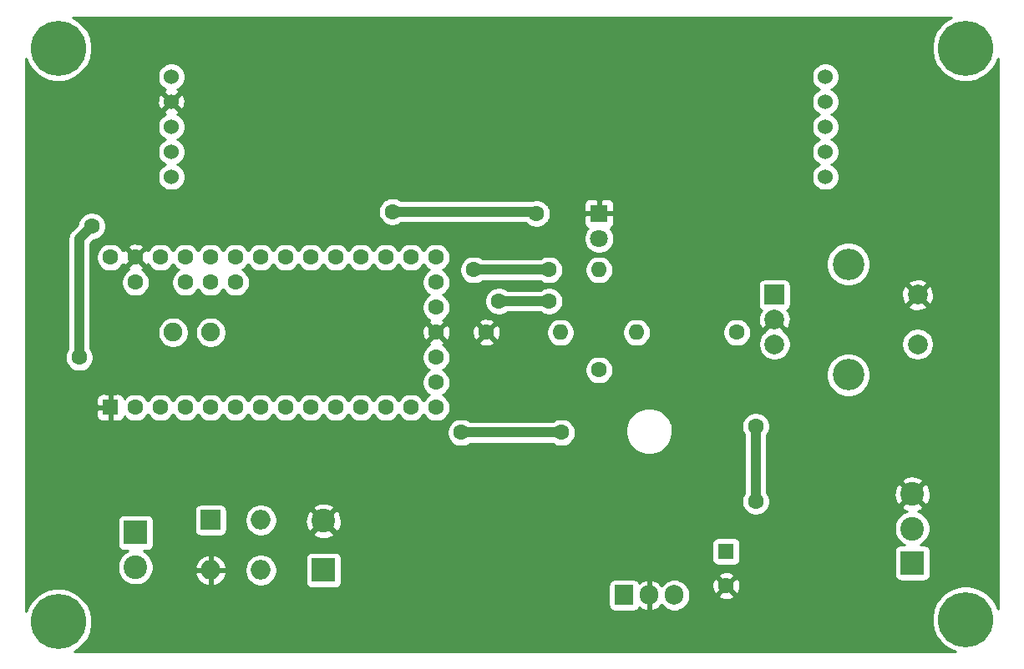
<source format=gbr>
G04 #@! TF.GenerationSoftware,KiCad,Pcbnew,(5.1.7)-1*
G04 #@! TF.CreationDate,2020-10-06T18:52:08+02:00*
G04 #@! TF.ProjectId,Timer-PCB,54696d65-722d-4504-9342-2e6b69636164,rev?*
G04 #@! TF.SameCoordinates,Original*
G04 #@! TF.FileFunction,Copper,L1,Top*
G04 #@! TF.FilePolarity,Positive*
%FSLAX46Y46*%
G04 Gerber Fmt 4.6, Leading zero omitted, Abs format (unit mm)*
G04 Created by KiCad (PCBNEW (5.1.7)-1) date 2020-10-06 18:52:08*
%MOMM*%
%LPD*%
G01*
G04 APERTURE LIST*
G04 #@! TA.AperFunction,ComponentPad*
%ADD10C,5.600000*%
G04 #@! TD*
G04 #@! TA.AperFunction,ComponentPad*
%ADD11C,1.600000*%
G04 #@! TD*
G04 #@! TA.AperFunction,ComponentPad*
%ADD12O,1.600000X1.600000*%
G04 #@! TD*
G04 #@! TA.AperFunction,ComponentPad*
%ADD13R,2.400000X2.400000*%
G04 #@! TD*
G04 #@! TA.AperFunction,ComponentPad*
%ADD14C,2.400000*%
G04 #@! TD*
G04 #@! TA.AperFunction,ComponentPad*
%ADD15R,1.600000X1.600000*%
G04 #@! TD*
G04 #@! TA.AperFunction,ComponentPad*
%ADD16O,2.000000X2.000000*%
G04 #@! TD*
G04 #@! TA.AperFunction,ComponentPad*
%ADD17R,2.000000X2.000000*%
G04 #@! TD*
G04 #@! TA.AperFunction,ComponentPad*
%ADD18R,1.800000X1.800000*%
G04 #@! TD*
G04 #@! TA.AperFunction,ComponentPad*
%ADD19C,1.800000*%
G04 #@! TD*
G04 #@! TA.AperFunction,ComponentPad*
%ADD20R,1.905000X2.000000*%
G04 #@! TD*
G04 #@! TA.AperFunction,ComponentPad*
%ADD21O,1.905000X2.000000*%
G04 #@! TD*
G04 #@! TA.AperFunction,ComponentPad*
%ADD22C,1.900000*%
G04 #@! TD*
G04 #@! TA.AperFunction,ComponentPad*
%ADD23C,1.524000*%
G04 #@! TD*
G04 #@! TA.AperFunction,ComponentPad*
%ADD24C,2.000000*%
G04 #@! TD*
G04 #@! TA.AperFunction,ComponentPad*
%ADD25C,3.200000*%
G04 #@! TD*
G04 #@! TA.AperFunction,ViaPad*
%ADD26C,1.600000*%
G04 #@! TD*
G04 #@! TA.AperFunction,Conductor*
%ADD27C,1.000000*%
G04 #@! TD*
G04 #@! TA.AperFunction,Conductor*
%ADD28C,0.254000*%
G04 #@! TD*
G04 #@! TA.AperFunction,Conductor*
%ADD29C,0.100000*%
G04 #@! TD*
G04 APERTURE END LIST*
D10*
X62000000Y-74000000D03*
X62000000Y-132250000D03*
X154000000Y-74000000D03*
X154000000Y-132000000D03*
D11*
X105410000Y-102870000D03*
D12*
X112910000Y-102870000D03*
D13*
X88900000Y-127000000D03*
D14*
X88900000Y-122000000D03*
D15*
X129715000Y-125095000D03*
D11*
X129715000Y-128595000D03*
D16*
X82550000Y-121920000D03*
X77470000Y-127000000D03*
X82550000Y-127000000D03*
D17*
X77470000Y-121920000D03*
D18*
X116840000Y-90805000D03*
D19*
X116840000Y-93345000D03*
D12*
X120650000Y-102870000D03*
D11*
X130810000Y-102870000D03*
X116840000Y-106680000D03*
D12*
X116840000Y-96520000D03*
D20*
X119380000Y-129540000D03*
D21*
X121920000Y-129540000D03*
X124460000Y-129540000D03*
D11*
X100330000Y-102870000D03*
X100330000Y-100330000D03*
X100330000Y-97790000D03*
X100330000Y-95250000D03*
X100330000Y-105410000D03*
X100330000Y-107950000D03*
X100330000Y-110490000D03*
X97790000Y-95250000D03*
X95250000Y-95250000D03*
X92710000Y-95250000D03*
X90170000Y-95250000D03*
X87630000Y-95250000D03*
X85090000Y-95250000D03*
X82550000Y-95250000D03*
X80010000Y-95250000D03*
X77470000Y-95250000D03*
X74930000Y-95250000D03*
X72390000Y-95250000D03*
X69850000Y-95250000D03*
X67310000Y-95250000D03*
X69850000Y-97790000D03*
X74930000Y-97790000D03*
X77470000Y-97790000D03*
X80010000Y-97790000D03*
X97790000Y-110490000D03*
X95250000Y-110490000D03*
X92710000Y-110490000D03*
X90170000Y-110490000D03*
X87630000Y-110490000D03*
X85090000Y-110490000D03*
X82550000Y-110490000D03*
X80010000Y-110490000D03*
X77470000Y-110490000D03*
X74930000Y-110490000D03*
X72390000Y-110490000D03*
X69850000Y-110490000D03*
D15*
X67310000Y-110490000D03*
D22*
X77470000Y-102870000D03*
X73660000Y-102870000D03*
D23*
X73472000Y-82000000D03*
X73472000Y-79460000D03*
X73472000Y-76920000D03*
X73472000Y-84540000D03*
X73472000Y-87080000D03*
X139766000Y-84540000D03*
X139766000Y-76920000D03*
X139766000Y-87080000D03*
X139766000Y-82000000D03*
X139766000Y-79460000D03*
D13*
X69850000Y-123190000D03*
D14*
X69850000Y-126690000D03*
D13*
X148590000Y-126270000D03*
D14*
X148590000Y-122770000D03*
X148590000Y-119270000D03*
D24*
X149120000Y-104060000D03*
X149120000Y-99060000D03*
D25*
X142120000Y-107160000D03*
X142120000Y-95960000D03*
D24*
X134620000Y-104060000D03*
X134620000Y-101560000D03*
D17*
X134620000Y-99060000D03*
D26*
X111760000Y-99695000D03*
X106680000Y-99695000D03*
X132715000Y-120015000D03*
X132715000Y-112395000D03*
X102870000Y-113030000D03*
X113030000Y-113030000D03*
X111760000Y-96520000D03*
X104140010Y-96520000D03*
X95885000Y-90600000D03*
X110490000Y-90805000D03*
X64135000Y-105410002D03*
X65405000Y-92075000D03*
D27*
X111760000Y-99695000D02*
X106680000Y-99695000D01*
X132715000Y-120015000D02*
X132715000Y-112395000D01*
X102870000Y-113030000D02*
X113030000Y-113030000D01*
X111760000Y-96520000D02*
X104140010Y-96520000D01*
X110285000Y-90600000D02*
X110490000Y-90805000D01*
X95885000Y-90600000D02*
X110285000Y-90600000D01*
X64135000Y-105410002D02*
X64135000Y-93345000D01*
X64135000Y-93345000D02*
X65405000Y-92075000D01*
D28*
X152372918Y-70955943D02*
X151810315Y-71331862D01*
X151331862Y-71810315D01*
X150955943Y-72372918D01*
X150697006Y-72998048D01*
X150565000Y-73661682D01*
X150565000Y-74338318D01*
X150697006Y-75001952D01*
X150955943Y-75627082D01*
X151331862Y-76189685D01*
X151810315Y-76668138D01*
X152372918Y-77044057D01*
X152998048Y-77302994D01*
X153661682Y-77435000D01*
X154338318Y-77435000D01*
X155001952Y-77302994D01*
X155627082Y-77044057D01*
X156189685Y-76668138D01*
X156668138Y-76189685D01*
X157044057Y-75627082D01*
X157290000Y-75033322D01*
X157290001Y-130966680D01*
X157044057Y-130372918D01*
X156668138Y-129810315D01*
X156189685Y-129331862D01*
X155627082Y-128955943D01*
X155001952Y-128697006D01*
X154338318Y-128565000D01*
X153661682Y-128565000D01*
X152998048Y-128697006D01*
X152372918Y-128955943D01*
X151810315Y-129331862D01*
X151331862Y-129810315D01*
X150955943Y-130372918D01*
X150697006Y-130998048D01*
X150565000Y-131661682D01*
X150565000Y-132338318D01*
X150697006Y-133001952D01*
X150955943Y-133627082D01*
X151331862Y-134189685D01*
X151810315Y-134668138D01*
X152372918Y-135044057D01*
X152966678Y-135290000D01*
X63633154Y-135290000D01*
X64189685Y-134918138D01*
X64668138Y-134439685D01*
X65044057Y-133877082D01*
X65302994Y-133251952D01*
X65435000Y-132588318D01*
X65435000Y-131911682D01*
X65302994Y-131248048D01*
X65044057Y-130622918D01*
X64668138Y-130060315D01*
X64189685Y-129581862D01*
X63627082Y-129205943D01*
X63001952Y-128947006D01*
X62338318Y-128815000D01*
X61661682Y-128815000D01*
X60998048Y-128947006D01*
X60372918Y-129205943D01*
X59810315Y-129581862D01*
X59331862Y-130060315D01*
X58955943Y-130622918D01*
X58710000Y-131216678D01*
X58710000Y-121990000D01*
X68011928Y-121990000D01*
X68011928Y-124390000D01*
X68024188Y-124514482D01*
X68060498Y-124634180D01*
X68119463Y-124744494D01*
X68198815Y-124841185D01*
X68295506Y-124920537D01*
X68405820Y-124979502D01*
X68525518Y-125015812D01*
X68650000Y-125028072D01*
X69067162Y-125028072D01*
X68980801Y-125063844D01*
X68680256Y-125264662D01*
X68424662Y-125520256D01*
X68223844Y-125820801D01*
X68085518Y-126154750D01*
X68015000Y-126509268D01*
X68015000Y-126870732D01*
X68085518Y-127225250D01*
X68223844Y-127559199D01*
X68424662Y-127859744D01*
X68680256Y-128115338D01*
X68980801Y-128316156D01*
X69314750Y-128454482D01*
X69669268Y-128525000D01*
X70030732Y-128525000D01*
X70385250Y-128454482D01*
X70719199Y-128316156D01*
X71019744Y-128115338D01*
X71275338Y-127859744D01*
X71476156Y-127559199D01*
X71550202Y-127380434D01*
X75879876Y-127380434D01*
X75936498Y-127567107D01*
X76076601Y-127855382D01*
X76270252Y-128110785D01*
X76510008Y-128323501D01*
X76786656Y-128485356D01*
X77089565Y-128590129D01*
X77343000Y-128471315D01*
X77343000Y-127127000D01*
X77597000Y-127127000D01*
X77597000Y-128471315D01*
X77850435Y-128590129D01*
X78153344Y-128485356D01*
X78429992Y-128323501D01*
X78669748Y-128110785D01*
X78863399Y-127855382D01*
X79003502Y-127567107D01*
X79060124Y-127380434D01*
X78940777Y-127127000D01*
X77597000Y-127127000D01*
X77343000Y-127127000D01*
X75999223Y-127127000D01*
X75879876Y-127380434D01*
X71550202Y-127380434D01*
X71614482Y-127225250D01*
X71685000Y-126870732D01*
X71685000Y-126619566D01*
X75879876Y-126619566D01*
X75999223Y-126873000D01*
X77343000Y-126873000D01*
X77343000Y-125528685D01*
X77597000Y-125528685D01*
X77597000Y-126873000D01*
X78940777Y-126873000D01*
X78956803Y-126838967D01*
X80915000Y-126838967D01*
X80915000Y-127161033D01*
X80977832Y-127476912D01*
X81101082Y-127774463D01*
X81280013Y-128042252D01*
X81507748Y-128269987D01*
X81775537Y-128448918D01*
X82073088Y-128572168D01*
X82388967Y-128635000D01*
X82711033Y-128635000D01*
X83026912Y-128572168D01*
X83324463Y-128448918D01*
X83592252Y-128269987D01*
X83819987Y-128042252D01*
X83998918Y-127774463D01*
X84122168Y-127476912D01*
X84185000Y-127161033D01*
X84185000Y-126838967D01*
X84122168Y-126523088D01*
X83998918Y-126225537D01*
X83819987Y-125957748D01*
X83662239Y-125800000D01*
X87061928Y-125800000D01*
X87061928Y-128200000D01*
X87074188Y-128324482D01*
X87110498Y-128444180D01*
X87169463Y-128554494D01*
X87248815Y-128651185D01*
X87345506Y-128730537D01*
X87455820Y-128789502D01*
X87575518Y-128825812D01*
X87700000Y-128838072D01*
X90100000Y-128838072D01*
X90224482Y-128825812D01*
X90344180Y-128789502D01*
X90454494Y-128730537D01*
X90551185Y-128651185D01*
X90630537Y-128554494D01*
X90638284Y-128540000D01*
X117789428Y-128540000D01*
X117789428Y-130540000D01*
X117801688Y-130664482D01*
X117837998Y-130784180D01*
X117896963Y-130894494D01*
X117976315Y-130991185D01*
X118073006Y-131070537D01*
X118183320Y-131129502D01*
X118303018Y-131165812D01*
X118427500Y-131178072D01*
X120332500Y-131178072D01*
X120456982Y-131165812D01*
X120576680Y-131129502D01*
X120686994Y-131070537D01*
X120783685Y-130991185D01*
X120863037Y-130894494D01*
X120912059Y-130802781D01*
X121053077Y-130915969D01*
X121328906Y-131059571D01*
X121547020Y-131130563D01*
X121793000Y-131010594D01*
X121793000Y-129667000D01*
X121773000Y-129667000D01*
X121773000Y-129413000D01*
X121793000Y-129413000D01*
X121793000Y-128069406D01*
X122047000Y-128069406D01*
X122047000Y-129413000D01*
X122067000Y-129413000D01*
X122067000Y-129667000D01*
X122047000Y-129667000D01*
X122047000Y-131010594D01*
X122292980Y-131130563D01*
X122511094Y-131059571D01*
X122786923Y-130915969D01*
X123029437Y-130721315D01*
X123184837Y-130536101D01*
X123332037Y-130715463D01*
X123573766Y-130913845D01*
X123849552Y-131061255D01*
X124148797Y-131152030D01*
X124460000Y-131182681D01*
X124771204Y-131152030D01*
X125070449Y-131061255D01*
X125346235Y-130913845D01*
X125587963Y-130715463D01*
X125786345Y-130473734D01*
X125933755Y-130197948D01*
X126024530Y-129898703D01*
X126047500Y-129665485D01*
X126047500Y-129587702D01*
X128901903Y-129587702D01*
X128973486Y-129831671D01*
X129228996Y-129952571D01*
X129503184Y-130021300D01*
X129785512Y-130035217D01*
X130065130Y-129993787D01*
X130331292Y-129898603D01*
X130456514Y-129831671D01*
X130528097Y-129587702D01*
X129715000Y-128774605D01*
X128901903Y-129587702D01*
X126047500Y-129587702D01*
X126047500Y-129414514D01*
X126024530Y-129181296D01*
X125933755Y-128882051D01*
X125818014Y-128665512D01*
X128274783Y-128665512D01*
X128316213Y-128945130D01*
X128411397Y-129211292D01*
X128478329Y-129336514D01*
X128722298Y-129408097D01*
X129535395Y-128595000D01*
X129894605Y-128595000D01*
X130707702Y-129408097D01*
X130951671Y-129336514D01*
X131072571Y-129081004D01*
X131141300Y-128806816D01*
X131155217Y-128524488D01*
X131113787Y-128244870D01*
X131018603Y-127978708D01*
X130951671Y-127853486D01*
X130707702Y-127781903D01*
X129894605Y-128595000D01*
X129535395Y-128595000D01*
X128722298Y-127781903D01*
X128478329Y-127853486D01*
X128357429Y-128108996D01*
X128288700Y-128383184D01*
X128274783Y-128665512D01*
X125818014Y-128665512D01*
X125786345Y-128606265D01*
X125587963Y-128364537D01*
X125346234Y-128166155D01*
X125070448Y-128018745D01*
X124771203Y-127927970D01*
X124460000Y-127897319D01*
X124148796Y-127927970D01*
X123849551Y-128018745D01*
X123573765Y-128166155D01*
X123332037Y-128364537D01*
X123184838Y-128543900D01*
X123029437Y-128358685D01*
X122786923Y-128164031D01*
X122511094Y-128020429D01*
X122292980Y-127949437D01*
X122047000Y-128069406D01*
X121793000Y-128069406D01*
X121547020Y-127949437D01*
X121328906Y-128020429D01*
X121053077Y-128164031D01*
X120912059Y-128277219D01*
X120863037Y-128185506D01*
X120783685Y-128088815D01*
X120686994Y-128009463D01*
X120576680Y-127950498D01*
X120456982Y-127914188D01*
X120332500Y-127901928D01*
X118427500Y-127901928D01*
X118303018Y-127914188D01*
X118183320Y-127950498D01*
X118073006Y-128009463D01*
X117976315Y-128088815D01*
X117896963Y-128185506D01*
X117837998Y-128295820D01*
X117801688Y-128415518D01*
X117789428Y-128540000D01*
X90638284Y-128540000D01*
X90689502Y-128444180D01*
X90725812Y-128324482D01*
X90738072Y-128200000D01*
X90738072Y-127602298D01*
X128901903Y-127602298D01*
X129715000Y-128415395D01*
X130528097Y-127602298D01*
X130456514Y-127358329D01*
X130201004Y-127237429D01*
X129926816Y-127168700D01*
X129644488Y-127154783D01*
X129364870Y-127196213D01*
X129098708Y-127291397D01*
X128973486Y-127358329D01*
X128901903Y-127602298D01*
X90738072Y-127602298D01*
X90738072Y-125800000D01*
X90725812Y-125675518D01*
X90689502Y-125555820D01*
X90630537Y-125445506D01*
X90551185Y-125348815D01*
X90454494Y-125269463D01*
X90344180Y-125210498D01*
X90224482Y-125174188D01*
X90100000Y-125161928D01*
X87700000Y-125161928D01*
X87575518Y-125174188D01*
X87455820Y-125210498D01*
X87345506Y-125269463D01*
X87248815Y-125348815D01*
X87169463Y-125445506D01*
X87110498Y-125555820D01*
X87074188Y-125675518D01*
X87061928Y-125800000D01*
X83662239Y-125800000D01*
X83592252Y-125730013D01*
X83324463Y-125551082D01*
X83026912Y-125427832D01*
X82711033Y-125365000D01*
X82388967Y-125365000D01*
X82073088Y-125427832D01*
X81775537Y-125551082D01*
X81507748Y-125730013D01*
X81280013Y-125957748D01*
X81101082Y-126225537D01*
X80977832Y-126523088D01*
X80915000Y-126838967D01*
X78956803Y-126838967D01*
X79060124Y-126619566D01*
X79003502Y-126432893D01*
X78863399Y-126144618D01*
X78669748Y-125889215D01*
X78429992Y-125676499D01*
X78153344Y-125514644D01*
X77850435Y-125409871D01*
X77597000Y-125528685D01*
X77343000Y-125528685D01*
X77089565Y-125409871D01*
X76786656Y-125514644D01*
X76510008Y-125676499D01*
X76270252Y-125889215D01*
X76076601Y-126144618D01*
X75936498Y-126432893D01*
X75879876Y-126619566D01*
X71685000Y-126619566D01*
X71685000Y-126509268D01*
X71614482Y-126154750D01*
X71476156Y-125820801D01*
X71275338Y-125520256D01*
X71019744Y-125264662D01*
X70719199Y-125063844D01*
X70632838Y-125028072D01*
X71050000Y-125028072D01*
X71174482Y-125015812D01*
X71294180Y-124979502D01*
X71404494Y-124920537D01*
X71501185Y-124841185D01*
X71580537Y-124744494D01*
X71639502Y-124634180D01*
X71675812Y-124514482D01*
X71688072Y-124390000D01*
X71688072Y-124295000D01*
X128276928Y-124295000D01*
X128276928Y-125895000D01*
X128289188Y-126019482D01*
X128325498Y-126139180D01*
X128384463Y-126249494D01*
X128463815Y-126346185D01*
X128560506Y-126425537D01*
X128670820Y-126484502D01*
X128790518Y-126520812D01*
X128915000Y-126533072D01*
X130515000Y-126533072D01*
X130639482Y-126520812D01*
X130759180Y-126484502D01*
X130869494Y-126425537D01*
X130966185Y-126346185D01*
X131045537Y-126249494D01*
X131104502Y-126139180D01*
X131140812Y-126019482D01*
X131153072Y-125895000D01*
X131153072Y-125070000D01*
X146751928Y-125070000D01*
X146751928Y-127470000D01*
X146764188Y-127594482D01*
X146800498Y-127714180D01*
X146859463Y-127824494D01*
X146938815Y-127921185D01*
X147035506Y-128000537D01*
X147145820Y-128059502D01*
X147265518Y-128095812D01*
X147390000Y-128108072D01*
X149790000Y-128108072D01*
X149914482Y-128095812D01*
X150034180Y-128059502D01*
X150144494Y-128000537D01*
X150241185Y-127921185D01*
X150320537Y-127824494D01*
X150379502Y-127714180D01*
X150415812Y-127594482D01*
X150428072Y-127470000D01*
X150428072Y-125070000D01*
X150415812Y-124945518D01*
X150379502Y-124825820D01*
X150320537Y-124715506D01*
X150241185Y-124618815D01*
X150144494Y-124539463D01*
X150034180Y-124480498D01*
X149914482Y-124444188D01*
X149790000Y-124431928D01*
X149372838Y-124431928D01*
X149459199Y-124396156D01*
X149759744Y-124195338D01*
X150015338Y-123939744D01*
X150216156Y-123639199D01*
X150354482Y-123305250D01*
X150425000Y-122950732D01*
X150425000Y-122589268D01*
X150354482Y-122234750D01*
X150216156Y-121900801D01*
X150015338Y-121600256D01*
X149759744Y-121344662D01*
X149459199Y-121143844D01*
X149152511Y-121016810D01*
X149345833Y-120951846D01*
X149568486Y-120832836D01*
X149688374Y-120547980D01*
X148590000Y-119449605D01*
X147491626Y-120547980D01*
X147611514Y-120832836D01*
X147935210Y-120993699D01*
X148024690Y-121017969D01*
X147720801Y-121143844D01*
X147420256Y-121344662D01*
X147164662Y-121600256D01*
X146963844Y-121900801D01*
X146825518Y-122234750D01*
X146755000Y-122589268D01*
X146755000Y-122950732D01*
X146825518Y-123305250D01*
X146963844Y-123639199D01*
X147164662Y-123939744D01*
X147420256Y-124195338D01*
X147720801Y-124396156D01*
X147807162Y-124431928D01*
X147390000Y-124431928D01*
X147265518Y-124444188D01*
X147145820Y-124480498D01*
X147035506Y-124539463D01*
X146938815Y-124618815D01*
X146859463Y-124715506D01*
X146800498Y-124825820D01*
X146764188Y-124945518D01*
X146751928Y-125070000D01*
X131153072Y-125070000D01*
X131153072Y-124295000D01*
X131140812Y-124170518D01*
X131104502Y-124050820D01*
X131045537Y-123940506D01*
X130966185Y-123843815D01*
X130869494Y-123764463D01*
X130759180Y-123705498D01*
X130639482Y-123669188D01*
X130515000Y-123656928D01*
X128915000Y-123656928D01*
X128790518Y-123669188D01*
X128670820Y-123705498D01*
X128560506Y-123764463D01*
X128463815Y-123843815D01*
X128384463Y-123940506D01*
X128325498Y-124050820D01*
X128289188Y-124170518D01*
X128276928Y-124295000D01*
X71688072Y-124295000D01*
X71688072Y-121990000D01*
X71675812Y-121865518D01*
X71639502Y-121745820D01*
X71580537Y-121635506D01*
X71501185Y-121538815D01*
X71404494Y-121459463D01*
X71294180Y-121400498D01*
X71174482Y-121364188D01*
X71050000Y-121351928D01*
X68650000Y-121351928D01*
X68525518Y-121364188D01*
X68405820Y-121400498D01*
X68295506Y-121459463D01*
X68198815Y-121538815D01*
X68119463Y-121635506D01*
X68060498Y-121745820D01*
X68024188Y-121865518D01*
X68011928Y-121990000D01*
X58710000Y-121990000D01*
X58710000Y-120920000D01*
X75831928Y-120920000D01*
X75831928Y-122920000D01*
X75844188Y-123044482D01*
X75880498Y-123164180D01*
X75939463Y-123274494D01*
X76018815Y-123371185D01*
X76115506Y-123450537D01*
X76225820Y-123509502D01*
X76345518Y-123545812D01*
X76470000Y-123558072D01*
X78470000Y-123558072D01*
X78594482Y-123545812D01*
X78714180Y-123509502D01*
X78824494Y-123450537D01*
X78921185Y-123371185D01*
X79000537Y-123274494D01*
X79059502Y-123164180D01*
X79095812Y-123044482D01*
X79108072Y-122920000D01*
X79108072Y-121758967D01*
X80915000Y-121758967D01*
X80915000Y-122081033D01*
X80977832Y-122396912D01*
X81101082Y-122694463D01*
X81280013Y-122962252D01*
X81507748Y-123189987D01*
X81775537Y-123368918D01*
X82073088Y-123492168D01*
X82388967Y-123555000D01*
X82711033Y-123555000D01*
X83026912Y-123492168D01*
X83324463Y-123368918D01*
X83460561Y-123277980D01*
X87801626Y-123277980D01*
X87921514Y-123562836D01*
X88245210Y-123723699D01*
X88594069Y-123818322D01*
X88954684Y-123843067D01*
X89313198Y-123796985D01*
X89655833Y-123681846D01*
X89878486Y-123562836D01*
X89998374Y-123277980D01*
X88900000Y-122179605D01*
X87801626Y-123277980D01*
X83460561Y-123277980D01*
X83592252Y-123189987D01*
X83819987Y-122962252D01*
X83998918Y-122694463D01*
X84122168Y-122396912D01*
X84185000Y-122081033D01*
X84185000Y-122054684D01*
X87056933Y-122054684D01*
X87103015Y-122413198D01*
X87218154Y-122755833D01*
X87337164Y-122978486D01*
X87622020Y-123098374D01*
X88720395Y-122000000D01*
X89079605Y-122000000D01*
X90177980Y-123098374D01*
X90462836Y-122978486D01*
X90623699Y-122654790D01*
X90718322Y-122305931D01*
X90743067Y-121945316D01*
X90696985Y-121586802D01*
X90581846Y-121244167D01*
X90462836Y-121021514D01*
X90177980Y-120901626D01*
X89079605Y-122000000D01*
X88720395Y-122000000D01*
X87622020Y-120901626D01*
X87337164Y-121021514D01*
X87176301Y-121345210D01*
X87081678Y-121694069D01*
X87056933Y-122054684D01*
X84185000Y-122054684D01*
X84185000Y-121758967D01*
X84122168Y-121443088D01*
X83998918Y-121145537D01*
X83819987Y-120877748D01*
X83664259Y-120722020D01*
X87801626Y-120722020D01*
X88900000Y-121820395D01*
X89998374Y-120722020D01*
X89878486Y-120437164D01*
X89554790Y-120276301D01*
X89205931Y-120181678D01*
X88845316Y-120156933D01*
X88486802Y-120203015D01*
X88144167Y-120318154D01*
X87921514Y-120437164D01*
X87801626Y-120722020D01*
X83664259Y-120722020D01*
X83592252Y-120650013D01*
X83324463Y-120471082D01*
X83026912Y-120347832D01*
X82711033Y-120285000D01*
X82388967Y-120285000D01*
X82073088Y-120347832D01*
X81775537Y-120471082D01*
X81507748Y-120650013D01*
X81280013Y-120877748D01*
X81101082Y-121145537D01*
X80977832Y-121443088D01*
X80915000Y-121758967D01*
X79108072Y-121758967D01*
X79108072Y-120920000D01*
X79095812Y-120795518D01*
X79059502Y-120675820D01*
X79000537Y-120565506D01*
X78921185Y-120468815D01*
X78824494Y-120389463D01*
X78714180Y-120330498D01*
X78594482Y-120294188D01*
X78470000Y-120281928D01*
X76470000Y-120281928D01*
X76345518Y-120294188D01*
X76225820Y-120330498D01*
X76115506Y-120389463D01*
X76018815Y-120468815D01*
X75939463Y-120565506D01*
X75880498Y-120675820D01*
X75844188Y-120795518D01*
X75831928Y-120920000D01*
X58710000Y-120920000D01*
X58710000Y-112888665D01*
X101435000Y-112888665D01*
X101435000Y-113171335D01*
X101490147Y-113448574D01*
X101598320Y-113709727D01*
X101755363Y-113944759D01*
X101955241Y-114144637D01*
X102190273Y-114301680D01*
X102451426Y-114409853D01*
X102728665Y-114465000D01*
X103011335Y-114465000D01*
X103288574Y-114409853D01*
X103549727Y-114301680D01*
X103754284Y-114165000D01*
X112145716Y-114165000D01*
X112350273Y-114301680D01*
X112611426Y-114409853D01*
X112888665Y-114465000D01*
X113171335Y-114465000D01*
X113448574Y-114409853D01*
X113709727Y-114301680D01*
X113944759Y-114144637D01*
X114144637Y-113944759D01*
X114301680Y-113709727D01*
X114409853Y-113448574D01*
X114465000Y-113171335D01*
X114465000Y-112888665D01*
X114416551Y-112645098D01*
X119535000Y-112645098D01*
X119535000Y-113114902D01*
X119626654Y-113575679D01*
X119806440Y-114009721D01*
X120067450Y-114400349D01*
X120399651Y-114732550D01*
X120790279Y-114993560D01*
X121224321Y-115173346D01*
X121685098Y-115265000D01*
X122154902Y-115265000D01*
X122615679Y-115173346D01*
X123049721Y-114993560D01*
X123440349Y-114732550D01*
X123772550Y-114400349D01*
X124033560Y-114009721D01*
X124213346Y-113575679D01*
X124305000Y-113114902D01*
X124305000Y-112645098D01*
X124227140Y-112253665D01*
X131280000Y-112253665D01*
X131280000Y-112536335D01*
X131335147Y-112813574D01*
X131443320Y-113074727D01*
X131580001Y-113279285D01*
X131580000Y-119130716D01*
X131443320Y-119335273D01*
X131335147Y-119596426D01*
X131280000Y-119873665D01*
X131280000Y-120156335D01*
X131335147Y-120433574D01*
X131443320Y-120694727D01*
X131600363Y-120929759D01*
X131800241Y-121129637D01*
X132035273Y-121286680D01*
X132296426Y-121394853D01*
X132573665Y-121450000D01*
X132856335Y-121450000D01*
X133133574Y-121394853D01*
X133394727Y-121286680D01*
X133629759Y-121129637D01*
X133829637Y-120929759D01*
X133986680Y-120694727D01*
X134094853Y-120433574D01*
X134150000Y-120156335D01*
X134150000Y-119873665D01*
X134094853Y-119596426D01*
X133986680Y-119335273D01*
X133979605Y-119324684D01*
X146746933Y-119324684D01*
X146793015Y-119683198D01*
X146908154Y-120025833D01*
X147027164Y-120248486D01*
X147312020Y-120368374D01*
X148410395Y-119270000D01*
X148769605Y-119270000D01*
X149867980Y-120368374D01*
X150152836Y-120248486D01*
X150313699Y-119924790D01*
X150408322Y-119575931D01*
X150433067Y-119215316D01*
X150386985Y-118856802D01*
X150271846Y-118514167D01*
X150152836Y-118291514D01*
X149867980Y-118171626D01*
X148769605Y-119270000D01*
X148410395Y-119270000D01*
X147312020Y-118171626D01*
X147027164Y-118291514D01*
X146866301Y-118615210D01*
X146771678Y-118964069D01*
X146746933Y-119324684D01*
X133979605Y-119324684D01*
X133850000Y-119130716D01*
X133850000Y-117992020D01*
X147491626Y-117992020D01*
X148590000Y-119090395D01*
X149688374Y-117992020D01*
X149568486Y-117707164D01*
X149244790Y-117546301D01*
X148895931Y-117451678D01*
X148535316Y-117426933D01*
X148176802Y-117473015D01*
X147834167Y-117588154D01*
X147611514Y-117707164D01*
X147491626Y-117992020D01*
X133850000Y-117992020D01*
X133850000Y-113279284D01*
X133986680Y-113074727D01*
X134094853Y-112813574D01*
X134150000Y-112536335D01*
X134150000Y-112253665D01*
X134094853Y-111976426D01*
X133986680Y-111715273D01*
X133829637Y-111480241D01*
X133629759Y-111280363D01*
X133394727Y-111123320D01*
X133133574Y-111015147D01*
X132856335Y-110960000D01*
X132573665Y-110960000D01*
X132296426Y-111015147D01*
X132035273Y-111123320D01*
X131800241Y-111280363D01*
X131600363Y-111480241D01*
X131443320Y-111715273D01*
X131335147Y-111976426D01*
X131280000Y-112253665D01*
X124227140Y-112253665D01*
X124213346Y-112184321D01*
X124033560Y-111750279D01*
X123772550Y-111359651D01*
X123440349Y-111027450D01*
X123049721Y-110766440D01*
X122615679Y-110586654D01*
X122154902Y-110495000D01*
X121685098Y-110495000D01*
X121224321Y-110586654D01*
X120790279Y-110766440D01*
X120399651Y-111027450D01*
X120067450Y-111359651D01*
X119806440Y-111750279D01*
X119626654Y-112184321D01*
X119535000Y-112645098D01*
X114416551Y-112645098D01*
X114409853Y-112611426D01*
X114301680Y-112350273D01*
X114144637Y-112115241D01*
X113944759Y-111915363D01*
X113709727Y-111758320D01*
X113448574Y-111650147D01*
X113171335Y-111595000D01*
X112888665Y-111595000D01*
X112611426Y-111650147D01*
X112350273Y-111758320D01*
X112145716Y-111895000D01*
X103754284Y-111895000D01*
X103549727Y-111758320D01*
X103288574Y-111650147D01*
X103011335Y-111595000D01*
X102728665Y-111595000D01*
X102451426Y-111650147D01*
X102190273Y-111758320D01*
X101955241Y-111915363D01*
X101755363Y-112115241D01*
X101598320Y-112350273D01*
X101490147Y-112611426D01*
X101435000Y-112888665D01*
X58710000Y-112888665D01*
X58710000Y-111290000D01*
X65871928Y-111290000D01*
X65884188Y-111414482D01*
X65920498Y-111534180D01*
X65979463Y-111644494D01*
X66058815Y-111741185D01*
X66155506Y-111820537D01*
X66265820Y-111879502D01*
X66385518Y-111915812D01*
X66510000Y-111928072D01*
X67024250Y-111925000D01*
X67183000Y-111766250D01*
X67183000Y-110617000D01*
X66033750Y-110617000D01*
X65875000Y-110775750D01*
X65871928Y-111290000D01*
X58710000Y-111290000D01*
X58710000Y-109690000D01*
X65871928Y-109690000D01*
X65875000Y-110204250D01*
X66033750Y-110363000D01*
X67183000Y-110363000D01*
X67183000Y-109213750D01*
X67437000Y-109213750D01*
X67437000Y-110363000D01*
X67457000Y-110363000D01*
X67457000Y-110617000D01*
X67437000Y-110617000D01*
X67437000Y-111766250D01*
X67595750Y-111925000D01*
X68110000Y-111928072D01*
X68234482Y-111915812D01*
X68354180Y-111879502D01*
X68464494Y-111820537D01*
X68561185Y-111741185D01*
X68640537Y-111644494D01*
X68699502Y-111534180D01*
X68735812Y-111414482D01*
X68736643Y-111406039D01*
X68935241Y-111604637D01*
X69170273Y-111761680D01*
X69431426Y-111869853D01*
X69708665Y-111925000D01*
X69991335Y-111925000D01*
X70268574Y-111869853D01*
X70529727Y-111761680D01*
X70764759Y-111604637D01*
X70964637Y-111404759D01*
X71120000Y-111172241D01*
X71275363Y-111404759D01*
X71475241Y-111604637D01*
X71710273Y-111761680D01*
X71971426Y-111869853D01*
X72248665Y-111925000D01*
X72531335Y-111925000D01*
X72808574Y-111869853D01*
X73069727Y-111761680D01*
X73304759Y-111604637D01*
X73504637Y-111404759D01*
X73660000Y-111172241D01*
X73815363Y-111404759D01*
X74015241Y-111604637D01*
X74250273Y-111761680D01*
X74511426Y-111869853D01*
X74788665Y-111925000D01*
X75071335Y-111925000D01*
X75348574Y-111869853D01*
X75609727Y-111761680D01*
X75844759Y-111604637D01*
X76044637Y-111404759D01*
X76200000Y-111172241D01*
X76355363Y-111404759D01*
X76555241Y-111604637D01*
X76790273Y-111761680D01*
X77051426Y-111869853D01*
X77328665Y-111925000D01*
X77611335Y-111925000D01*
X77888574Y-111869853D01*
X78149727Y-111761680D01*
X78384759Y-111604637D01*
X78584637Y-111404759D01*
X78740000Y-111172241D01*
X78895363Y-111404759D01*
X79095241Y-111604637D01*
X79330273Y-111761680D01*
X79591426Y-111869853D01*
X79868665Y-111925000D01*
X80151335Y-111925000D01*
X80428574Y-111869853D01*
X80689727Y-111761680D01*
X80924759Y-111604637D01*
X81124637Y-111404759D01*
X81280000Y-111172241D01*
X81435363Y-111404759D01*
X81635241Y-111604637D01*
X81870273Y-111761680D01*
X82131426Y-111869853D01*
X82408665Y-111925000D01*
X82691335Y-111925000D01*
X82968574Y-111869853D01*
X83229727Y-111761680D01*
X83464759Y-111604637D01*
X83664637Y-111404759D01*
X83820000Y-111172241D01*
X83975363Y-111404759D01*
X84175241Y-111604637D01*
X84410273Y-111761680D01*
X84671426Y-111869853D01*
X84948665Y-111925000D01*
X85231335Y-111925000D01*
X85508574Y-111869853D01*
X85769727Y-111761680D01*
X86004759Y-111604637D01*
X86204637Y-111404759D01*
X86360000Y-111172241D01*
X86515363Y-111404759D01*
X86715241Y-111604637D01*
X86950273Y-111761680D01*
X87211426Y-111869853D01*
X87488665Y-111925000D01*
X87771335Y-111925000D01*
X88048574Y-111869853D01*
X88309727Y-111761680D01*
X88544759Y-111604637D01*
X88744637Y-111404759D01*
X88900000Y-111172241D01*
X89055363Y-111404759D01*
X89255241Y-111604637D01*
X89490273Y-111761680D01*
X89751426Y-111869853D01*
X90028665Y-111925000D01*
X90311335Y-111925000D01*
X90588574Y-111869853D01*
X90849727Y-111761680D01*
X91084759Y-111604637D01*
X91284637Y-111404759D01*
X91440000Y-111172241D01*
X91595363Y-111404759D01*
X91795241Y-111604637D01*
X92030273Y-111761680D01*
X92291426Y-111869853D01*
X92568665Y-111925000D01*
X92851335Y-111925000D01*
X93128574Y-111869853D01*
X93389727Y-111761680D01*
X93624759Y-111604637D01*
X93824637Y-111404759D01*
X93980000Y-111172241D01*
X94135363Y-111404759D01*
X94335241Y-111604637D01*
X94570273Y-111761680D01*
X94831426Y-111869853D01*
X95108665Y-111925000D01*
X95391335Y-111925000D01*
X95668574Y-111869853D01*
X95929727Y-111761680D01*
X96164759Y-111604637D01*
X96364637Y-111404759D01*
X96520000Y-111172241D01*
X96675363Y-111404759D01*
X96875241Y-111604637D01*
X97110273Y-111761680D01*
X97371426Y-111869853D01*
X97648665Y-111925000D01*
X97931335Y-111925000D01*
X98208574Y-111869853D01*
X98469727Y-111761680D01*
X98704759Y-111604637D01*
X98904637Y-111404759D01*
X99060000Y-111172241D01*
X99215363Y-111404759D01*
X99415241Y-111604637D01*
X99650273Y-111761680D01*
X99911426Y-111869853D01*
X100188665Y-111925000D01*
X100471335Y-111925000D01*
X100748574Y-111869853D01*
X101009727Y-111761680D01*
X101244759Y-111604637D01*
X101444637Y-111404759D01*
X101601680Y-111169727D01*
X101709853Y-110908574D01*
X101765000Y-110631335D01*
X101765000Y-110348665D01*
X101709853Y-110071426D01*
X101601680Y-109810273D01*
X101444637Y-109575241D01*
X101244759Y-109375363D01*
X101012241Y-109220000D01*
X101244759Y-109064637D01*
X101444637Y-108864759D01*
X101601680Y-108629727D01*
X101709853Y-108368574D01*
X101765000Y-108091335D01*
X101765000Y-107808665D01*
X101709853Y-107531426D01*
X101601680Y-107270273D01*
X101444637Y-107035241D01*
X101244759Y-106835363D01*
X101012241Y-106680000D01*
X101223764Y-106538665D01*
X115405000Y-106538665D01*
X115405000Y-106821335D01*
X115460147Y-107098574D01*
X115568320Y-107359727D01*
X115725363Y-107594759D01*
X115925241Y-107794637D01*
X116160273Y-107951680D01*
X116421426Y-108059853D01*
X116698665Y-108115000D01*
X116981335Y-108115000D01*
X117258574Y-108059853D01*
X117519727Y-107951680D01*
X117754759Y-107794637D01*
X117954637Y-107594759D01*
X118111680Y-107359727D01*
X118219853Y-107098574D01*
X118251421Y-106939872D01*
X139885000Y-106939872D01*
X139885000Y-107380128D01*
X139970890Y-107811925D01*
X140139369Y-108218669D01*
X140383962Y-108584729D01*
X140695271Y-108896038D01*
X141061331Y-109140631D01*
X141468075Y-109309110D01*
X141899872Y-109395000D01*
X142340128Y-109395000D01*
X142771925Y-109309110D01*
X143178669Y-109140631D01*
X143544729Y-108896038D01*
X143856038Y-108584729D01*
X144100631Y-108218669D01*
X144269110Y-107811925D01*
X144355000Y-107380128D01*
X144355000Y-106939872D01*
X144269110Y-106508075D01*
X144100631Y-106101331D01*
X143856038Y-105735271D01*
X143544729Y-105423962D01*
X143178669Y-105179369D01*
X142771925Y-105010890D01*
X142340128Y-104925000D01*
X141899872Y-104925000D01*
X141468075Y-105010890D01*
X141061331Y-105179369D01*
X140695271Y-105423962D01*
X140383962Y-105735271D01*
X140139369Y-106101331D01*
X139970890Y-106508075D01*
X139885000Y-106939872D01*
X118251421Y-106939872D01*
X118275000Y-106821335D01*
X118275000Y-106538665D01*
X118219853Y-106261426D01*
X118111680Y-106000273D01*
X117954637Y-105765241D01*
X117754759Y-105565363D01*
X117519727Y-105408320D01*
X117258574Y-105300147D01*
X116981335Y-105245000D01*
X116698665Y-105245000D01*
X116421426Y-105300147D01*
X116160273Y-105408320D01*
X115925241Y-105565363D01*
X115725363Y-105765241D01*
X115568320Y-106000273D01*
X115460147Y-106261426D01*
X115405000Y-106538665D01*
X101223764Y-106538665D01*
X101244759Y-106524637D01*
X101444637Y-106324759D01*
X101601680Y-106089727D01*
X101709853Y-105828574D01*
X101765000Y-105551335D01*
X101765000Y-105268665D01*
X101709853Y-104991426D01*
X101601680Y-104730273D01*
X101444637Y-104495241D01*
X101244759Y-104295363D01*
X101010872Y-104139085D01*
X101071514Y-104106671D01*
X101143097Y-103862702D01*
X104596903Y-103862702D01*
X104668486Y-104106671D01*
X104923996Y-104227571D01*
X105198184Y-104296300D01*
X105480512Y-104310217D01*
X105760130Y-104268787D01*
X106026292Y-104173603D01*
X106151514Y-104106671D01*
X106223097Y-103862702D01*
X105410000Y-103049605D01*
X104596903Y-103862702D01*
X101143097Y-103862702D01*
X100330000Y-103049605D01*
X99516903Y-103862702D01*
X99588486Y-104106671D01*
X99652992Y-104137194D01*
X99650273Y-104138320D01*
X99415241Y-104295363D01*
X99215363Y-104495241D01*
X99058320Y-104730273D01*
X98950147Y-104991426D01*
X98895000Y-105268665D01*
X98895000Y-105551335D01*
X98950147Y-105828574D01*
X99058320Y-106089727D01*
X99215363Y-106324759D01*
X99415241Y-106524637D01*
X99647759Y-106680000D01*
X99415241Y-106835363D01*
X99215363Y-107035241D01*
X99058320Y-107270273D01*
X98950147Y-107531426D01*
X98895000Y-107808665D01*
X98895000Y-108091335D01*
X98950147Y-108368574D01*
X99058320Y-108629727D01*
X99215363Y-108864759D01*
X99415241Y-109064637D01*
X99647759Y-109220000D01*
X99415241Y-109375363D01*
X99215363Y-109575241D01*
X99060000Y-109807759D01*
X98904637Y-109575241D01*
X98704759Y-109375363D01*
X98469727Y-109218320D01*
X98208574Y-109110147D01*
X97931335Y-109055000D01*
X97648665Y-109055000D01*
X97371426Y-109110147D01*
X97110273Y-109218320D01*
X96875241Y-109375363D01*
X96675363Y-109575241D01*
X96520000Y-109807759D01*
X96364637Y-109575241D01*
X96164759Y-109375363D01*
X95929727Y-109218320D01*
X95668574Y-109110147D01*
X95391335Y-109055000D01*
X95108665Y-109055000D01*
X94831426Y-109110147D01*
X94570273Y-109218320D01*
X94335241Y-109375363D01*
X94135363Y-109575241D01*
X93980000Y-109807759D01*
X93824637Y-109575241D01*
X93624759Y-109375363D01*
X93389727Y-109218320D01*
X93128574Y-109110147D01*
X92851335Y-109055000D01*
X92568665Y-109055000D01*
X92291426Y-109110147D01*
X92030273Y-109218320D01*
X91795241Y-109375363D01*
X91595363Y-109575241D01*
X91440000Y-109807759D01*
X91284637Y-109575241D01*
X91084759Y-109375363D01*
X90849727Y-109218320D01*
X90588574Y-109110147D01*
X90311335Y-109055000D01*
X90028665Y-109055000D01*
X89751426Y-109110147D01*
X89490273Y-109218320D01*
X89255241Y-109375363D01*
X89055363Y-109575241D01*
X88900000Y-109807759D01*
X88744637Y-109575241D01*
X88544759Y-109375363D01*
X88309727Y-109218320D01*
X88048574Y-109110147D01*
X87771335Y-109055000D01*
X87488665Y-109055000D01*
X87211426Y-109110147D01*
X86950273Y-109218320D01*
X86715241Y-109375363D01*
X86515363Y-109575241D01*
X86360000Y-109807759D01*
X86204637Y-109575241D01*
X86004759Y-109375363D01*
X85769727Y-109218320D01*
X85508574Y-109110147D01*
X85231335Y-109055000D01*
X84948665Y-109055000D01*
X84671426Y-109110147D01*
X84410273Y-109218320D01*
X84175241Y-109375363D01*
X83975363Y-109575241D01*
X83820000Y-109807759D01*
X83664637Y-109575241D01*
X83464759Y-109375363D01*
X83229727Y-109218320D01*
X82968574Y-109110147D01*
X82691335Y-109055000D01*
X82408665Y-109055000D01*
X82131426Y-109110147D01*
X81870273Y-109218320D01*
X81635241Y-109375363D01*
X81435363Y-109575241D01*
X81280000Y-109807759D01*
X81124637Y-109575241D01*
X80924759Y-109375363D01*
X80689727Y-109218320D01*
X80428574Y-109110147D01*
X80151335Y-109055000D01*
X79868665Y-109055000D01*
X79591426Y-109110147D01*
X79330273Y-109218320D01*
X79095241Y-109375363D01*
X78895363Y-109575241D01*
X78740000Y-109807759D01*
X78584637Y-109575241D01*
X78384759Y-109375363D01*
X78149727Y-109218320D01*
X77888574Y-109110147D01*
X77611335Y-109055000D01*
X77328665Y-109055000D01*
X77051426Y-109110147D01*
X76790273Y-109218320D01*
X76555241Y-109375363D01*
X76355363Y-109575241D01*
X76200000Y-109807759D01*
X76044637Y-109575241D01*
X75844759Y-109375363D01*
X75609727Y-109218320D01*
X75348574Y-109110147D01*
X75071335Y-109055000D01*
X74788665Y-109055000D01*
X74511426Y-109110147D01*
X74250273Y-109218320D01*
X74015241Y-109375363D01*
X73815363Y-109575241D01*
X73660000Y-109807759D01*
X73504637Y-109575241D01*
X73304759Y-109375363D01*
X73069727Y-109218320D01*
X72808574Y-109110147D01*
X72531335Y-109055000D01*
X72248665Y-109055000D01*
X71971426Y-109110147D01*
X71710273Y-109218320D01*
X71475241Y-109375363D01*
X71275363Y-109575241D01*
X71120000Y-109807759D01*
X70964637Y-109575241D01*
X70764759Y-109375363D01*
X70529727Y-109218320D01*
X70268574Y-109110147D01*
X69991335Y-109055000D01*
X69708665Y-109055000D01*
X69431426Y-109110147D01*
X69170273Y-109218320D01*
X68935241Y-109375363D01*
X68736643Y-109573961D01*
X68735812Y-109565518D01*
X68699502Y-109445820D01*
X68640537Y-109335506D01*
X68561185Y-109238815D01*
X68464494Y-109159463D01*
X68354180Y-109100498D01*
X68234482Y-109064188D01*
X68110000Y-109051928D01*
X67595750Y-109055000D01*
X67437000Y-109213750D01*
X67183000Y-109213750D01*
X67024250Y-109055000D01*
X66510000Y-109051928D01*
X66385518Y-109064188D01*
X66265820Y-109100498D01*
X66155506Y-109159463D01*
X66058815Y-109238815D01*
X65979463Y-109335506D01*
X65920498Y-109445820D01*
X65884188Y-109565518D01*
X65871928Y-109690000D01*
X58710000Y-109690000D01*
X58710000Y-105268667D01*
X62700000Y-105268667D01*
X62700000Y-105551337D01*
X62755147Y-105828576D01*
X62863320Y-106089729D01*
X63020363Y-106324761D01*
X63220241Y-106524639D01*
X63455273Y-106681682D01*
X63716426Y-106789855D01*
X63993665Y-106845002D01*
X64276335Y-106845002D01*
X64553574Y-106789855D01*
X64814727Y-106681682D01*
X65049759Y-106524639D01*
X65249637Y-106324761D01*
X65406680Y-106089729D01*
X65514853Y-105828576D01*
X65570000Y-105551337D01*
X65570000Y-105268667D01*
X65514853Y-104991428D01*
X65406680Y-104730275D01*
X65270000Y-104525718D01*
X65270000Y-102713891D01*
X72075000Y-102713891D01*
X72075000Y-103026109D01*
X72135911Y-103332327D01*
X72255391Y-103620779D01*
X72428850Y-103880379D01*
X72649621Y-104101150D01*
X72909221Y-104274609D01*
X73197673Y-104394089D01*
X73503891Y-104455000D01*
X73816109Y-104455000D01*
X74122327Y-104394089D01*
X74410779Y-104274609D01*
X74670379Y-104101150D01*
X74891150Y-103880379D01*
X75064609Y-103620779D01*
X75184089Y-103332327D01*
X75245000Y-103026109D01*
X75245000Y-102713891D01*
X75885000Y-102713891D01*
X75885000Y-103026109D01*
X75945911Y-103332327D01*
X76065391Y-103620779D01*
X76238850Y-103880379D01*
X76459621Y-104101150D01*
X76719221Y-104274609D01*
X77007673Y-104394089D01*
X77313891Y-104455000D01*
X77626109Y-104455000D01*
X77932327Y-104394089D01*
X78220779Y-104274609D01*
X78480379Y-104101150D01*
X78701150Y-103880379D01*
X78874609Y-103620779D01*
X78994089Y-103332327D01*
X79055000Y-103026109D01*
X79055000Y-102940512D01*
X98889783Y-102940512D01*
X98931213Y-103220130D01*
X99026397Y-103486292D01*
X99093329Y-103611514D01*
X99337298Y-103683097D01*
X100150395Y-102870000D01*
X100509605Y-102870000D01*
X101322702Y-103683097D01*
X101566671Y-103611514D01*
X101687571Y-103356004D01*
X101756300Y-103081816D01*
X101763265Y-102940512D01*
X103969783Y-102940512D01*
X104011213Y-103220130D01*
X104106397Y-103486292D01*
X104173329Y-103611514D01*
X104417298Y-103683097D01*
X105230395Y-102870000D01*
X105589605Y-102870000D01*
X106402702Y-103683097D01*
X106646671Y-103611514D01*
X106767571Y-103356004D01*
X106836300Y-103081816D01*
X106850217Y-102799488D01*
X106839724Y-102728665D01*
X111475000Y-102728665D01*
X111475000Y-103011335D01*
X111530147Y-103288574D01*
X111638320Y-103549727D01*
X111795363Y-103784759D01*
X111995241Y-103984637D01*
X112230273Y-104141680D01*
X112491426Y-104249853D01*
X112768665Y-104305000D01*
X113051335Y-104305000D01*
X113328574Y-104249853D01*
X113589727Y-104141680D01*
X113824759Y-103984637D01*
X114024637Y-103784759D01*
X114181680Y-103549727D01*
X114289853Y-103288574D01*
X114345000Y-103011335D01*
X114345000Y-102728665D01*
X119215000Y-102728665D01*
X119215000Y-103011335D01*
X119270147Y-103288574D01*
X119378320Y-103549727D01*
X119535363Y-103784759D01*
X119735241Y-103984637D01*
X119970273Y-104141680D01*
X120231426Y-104249853D01*
X120508665Y-104305000D01*
X120791335Y-104305000D01*
X121068574Y-104249853D01*
X121329727Y-104141680D01*
X121564759Y-103984637D01*
X121764637Y-103784759D01*
X121921680Y-103549727D01*
X122029853Y-103288574D01*
X122085000Y-103011335D01*
X122085000Y-102728665D01*
X129375000Y-102728665D01*
X129375000Y-103011335D01*
X129430147Y-103288574D01*
X129538320Y-103549727D01*
X129695363Y-103784759D01*
X129895241Y-103984637D01*
X130130273Y-104141680D01*
X130391426Y-104249853D01*
X130668665Y-104305000D01*
X130951335Y-104305000D01*
X131228574Y-104249853D01*
X131489727Y-104141680D01*
X131724759Y-103984637D01*
X131810429Y-103898967D01*
X132985000Y-103898967D01*
X132985000Y-104221033D01*
X133047832Y-104536912D01*
X133171082Y-104834463D01*
X133350013Y-105102252D01*
X133577748Y-105329987D01*
X133845537Y-105508918D01*
X134143088Y-105632168D01*
X134458967Y-105695000D01*
X134781033Y-105695000D01*
X135096912Y-105632168D01*
X135394463Y-105508918D01*
X135662252Y-105329987D01*
X135889987Y-105102252D01*
X136068918Y-104834463D01*
X136192168Y-104536912D01*
X136255000Y-104221033D01*
X136255000Y-103898967D01*
X147485000Y-103898967D01*
X147485000Y-104221033D01*
X147547832Y-104536912D01*
X147671082Y-104834463D01*
X147850013Y-105102252D01*
X148077748Y-105329987D01*
X148345537Y-105508918D01*
X148643088Y-105632168D01*
X148958967Y-105695000D01*
X149281033Y-105695000D01*
X149596912Y-105632168D01*
X149894463Y-105508918D01*
X150162252Y-105329987D01*
X150389987Y-105102252D01*
X150568918Y-104834463D01*
X150692168Y-104536912D01*
X150755000Y-104221033D01*
X150755000Y-103898967D01*
X150692168Y-103583088D01*
X150568918Y-103285537D01*
X150389987Y-103017748D01*
X150162252Y-102790013D01*
X149894463Y-102611082D01*
X149596912Y-102487832D01*
X149281033Y-102425000D01*
X148958967Y-102425000D01*
X148643088Y-102487832D01*
X148345537Y-102611082D01*
X148077748Y-102790013D01*
X147850013Y-103017748D01*
X147671082Y-103285537D01*
X147547832Y-103583088D01*
X147485000Y-103898967D01*
X136255000Y-103898967D01*
X136192168Y-103583088D01*
X136068918Y-103285537D01*
X135889987Y-103017748D01*
X135662252Y-102790013D01*
X135565065Y-102725075D01*
X135575808Y-102695413D01*
X134620000Y-101739605D01*
X133664192Y-102695413D01*
X133674935Y-102725075D01*
X133577748Y-102790013D01*
X133350013Y-103017748D01*
X133171082Y-103285537D01*
X133047832Y-103583088D01*
X132985000Y-103898967D01*
X131810429Y-103898967D01*
X131924637Y-103784759D01*
X132081680Y-103549727D01*
X132189853Y-103288574D01*
X132245000Y-103011335D01*
X132245000Y-102728665D01*
X132189853Y-102451426D01*
X132081680Y-102190273D01*
X131924637Y-101955241D01*
X131724759Y-101755363D01*
X131526058Y-101622595D01*
X132978282Y-101622595D01*
X133022039Y-101941675D01*
X133127205Y-102246088D01*
X133220186Y-102420044D01*
X133484587Y-102515808D01*
X134440395Y-101560000D01*
X134426253Y-101545858D01*
X134605858Y-101366253D01*
X134620000Y-101380395D01*
X134634143Y-101366253D01*
X134813748Y-101545858D01*
X134799605Y-101560000D01*
X135755413Y-102515808D01*
X136019814Y-102420044D01*
X136160704Y-102130429D01*
X136242384Y-101818892D01*
X136261718Y-101497405D01*
X136217961Y-101178325D01*
X136112795Y-100873912D01*
X136019814Y-100699956D01*
X135870777Y-100645976D01*
X135974494Y-100590537D01*
X136071185Y-100511185D01*
X136150537Y-100414494D01*
X136209502Y-100304180D01*
X136242496Y-100195413D01*
X148164192Y-100195413D01*
X148259956Y-100459814D01*
X148549571Y-100600704D01*
X148861108Y-100682384D01*
X149182595Y-100701718D01*
X149501675Y-100657961D01*
X149806088Y-100552795D01*
X149980044Y-100459814D01*
X150075808Y-100195413D01*
X149120000Y-99239605D01*
X148164192Y-100195413D01*
X136242496Y-100195413D01*
X136245812Y-100184482D01*
X136258072Y-100060000D01*
X136258072Y-99122595D01*
X147478282Y-99122595D01*
X147522039Y-99441675D01*
X147627205Y-99746088D01*
X147720186Y-99920044D01*
X147984587Y-100015808D01*
X148940395Y-99060000D01*
X149299605Y-99060000D01*
X150255413Y-100015808D01*
X150519814Y-99920044D01*
X150660704Y-99630429D01*
X150742384Y-99318892D01*
X150761718Y-98997405D01*
X150717961Y-98678325D01*
X150612795Y-98373912D01*
X150519814Y-98199956D01*
X150255413Y-98104192D01*
X149299605Y-99060000D01*
X148940395Y-99060000D01*
X147984587Y-98104192D01*
X147720186Y-98199956D01*
X147579296Y-98489571D01*
X147497616Y-98801108D01*
X147478282Y-99122595D01*
X136258072Y-99122595D01*
X136258072Y-98060000D01*
X136245812Y-97935518D01*
X136209502Y-97815820D01*
X136150537Y-97705506D01*
X136071185Y-97608815D01*
X135974494Y-97529463D01*
X135864180Y-97470498D01*
X135744482Y-97434188D01*
X135620000Y-97421928D01*
X133620000Y-97421928D01*
X133495518Y-97434188D01*
X133375820Y-97470498D01*
X133265506Y-97529463D01*
X133168815Y-97608815D01*
X133089463Y-97705506D01*
X133030498Y-97815820D01*
X132994188Y-97935518D01*
X132981928Y-98060000D01*
X132981928Y-100060000D01*
X132994188Y-100184482D01*
X133030498Y-100304180D01*
X133089463Y-100414494D01*
X133168815Y-100511185D01*
X133265506Y-100590537D01*
X133369223Y-100645976D01*
X133220186Y-100699956D01*
X133079296Y-100989571D01*
X132997616Y-101301108D01*
X132978282Y-101622595D01*
X131526058Y-101622595D01*
X131489727Y-101598320D01*
X131228574Y-101490147D01*
X130951335Y-101435000D01*
X130668665Y-101435000D01*
X130391426Y-101490147D01*
X130130273Y-101598320D01*
X129895241Y-101755363D01*
X129695363Y-101955241D01*
X129538320Y-102190273D01*
X129430147Y-102451426D01*
X129375000Y-102728665D01*
X122085000Y-102728665D01*
X122029853Y-102451426D01*
X121921680Y-102190273D01*
X121764637Y-101955241D01*
X121564759Y-101755363D01*
X121329727Y-101598320D01*
X121068574Y-101490147D01*
X120791335Y-101435000D01*
X120508665Y-101435000D01*
X120231426Y-101490147D01*
X119970273Y-101598320D01*
X119735241Y-101755363D01*
X119535363Y-101955241D01*
X119378320Y-102190273D01*
X119270147Y-102451426D01*
X119215000Y-102728665D01*
X114345000Y-102728665D01*
X114289853Y-102451426D01*
X114181680Y-102190273D01*
X114024637Y-101955241D01*
X113824759Y-101755363D01*
X113589727Y-101598320D01*
X113328574Y-101490147D01*
X113051335Y-101435000D01*
X112768665Y-101435000D01*
X112491426Y-101490147D01*
X112230273Y-101598320D01*
X111995241Y-101755363D01*
X111795363Y-101955241D01*
X111638320Y-102190273D01*
X111530147Y-102451426D01*
X111475000Y-102728665D01*
X106839724Y-102728665D01*
X106808787Y-102519870D01*
X106713603Y-102253708D01*
X106646671Y-102128486D01*
X106402702Y-102056903D01*
X105589605Y-102870000D01*
X105230395Y-102870000D01*
X104417298Y-102056903D01*
X104173329Y-102128486D01*
X104052429Y-102383996D01*
X103983700Y-102658184D01*
X103969783Y-102940512D01*
X101763265Y-102940512D01*
X101770217Y-102799488D01*
X101728787Y-102519870D01*
X101633603Y-102253708D01*
X101566671Y-102128486D01*
X101322702Y-102056903D01*
X100509605Y-102870000D01*
X100150395Y-102870000D01*
X99337298Y-102056903D01*
X99093329Y-102128486D01*
X98972429Y-102383996D01*
X98903700Y-102658184D01*
X98889783Y-102940512D01*
X79055000Y-102940512D01*
X79055000Y-102713891D01*
X78994089Y-102407673D01*
X78874609Y-102119221D01*
X78701150Y-101859621D01*
X78480379Y-101638850D01*
X78220779Y-101465391D01*
X77932327Y-101345911D01*
X77626109Y-101285000D01*
X77313891Y-101285000D01*
X77007673Y-101345911D01*
X76719221Y-101465391D01*
X76459621Y-101638850D01*
X76238850Y-101859621D01*
X76065391Y-102119221D01*
X75945911Y-102407673D01*
X75885000Y-102713891D01*
X75245000Y-102713891D01*
X75184089Y-102407673D01*
X75064609Y-102119221D01*
X74891150Y-101859621D01*
X74670379Y-101638850D01*
X74410779Y-101465391D01*
X74122327Y-101345911D01*
X73816109Y-101285000D01*
X73503891Y-101285000D01*
X73197673Y-101345911D01*
X72909221Y-101465391D01*
X72649621Y-101638850D01*
X72428850Y-101859621D01*
X72255391Y-102119221D01*
X72135911Y-102407673D01*
X72075000Y-102713891D01*
X65270000Y-102713891D01*
X65270000Y-97648665D01*
X68415000Y-97648665D01*
X68415000Y-97931335D01*
X68470147Y-98208574D01*
X68578320Y-98469727D01*
X68735363Y-98704759D01*
X68935241Y-98904637D01*
X69170273Y-99061680D01*
X69431426Y-99169853D01*
X69708665Y-99225000D01*
X69991335Y-99225000D01*
X70268574Y-99169853D01*
X70529727Y-99061680D01*
X70764759Y-98904637D01*
X70964637Y-98704759D01*
X71121680Y-98469727D01*
X71229853Y-98208574D01*
X71285000Y-97931335D01*
X71285000Y-97648665D01*
X71229853Y-97371426D01*
X71121680Y-97110273D01*
X70964637Y-96875241D01*
X70764759Y-96675363D01*
X70530872Y-96519085D01*
X70591514Y-96486671D01*
X70663097Y-96242702D01*
X69850000Y-95429605D01*
X69036903Y-96242702D01*
X69108486Y-96486671D01*
X69172992Y-96517194D01*
X69170273Y-96518320D01*
X68935241Y-96675363D01*
X68735363Y-96875241D01*
X68578320Y-97110273D01*
X68470147Y-97371426D01*
X68415000Y-97648665D01*
X65270000Y-97648665D01*
X65270000Y-95108665D01*
X65875000Y-95108665D01*
X65875000Y-95391335D01*
X65930147Y-95668574D01*
X66038320Y-95929727D01*
X66195363Y-96164759D01*
X66395241Y-96364637D01*
X66630273Y-96521680D01*
X66891426Y-96629853D01*
X67168665Y-96685000D01*
X67451335Y-96685000D01*
X67728574Y-96629853D01*
X67989727Y-96521680D01*
X68224759Y-96364637D01*
X68424637Y-96164759D01*
X68580915Y-95930872D01*
X68613329Y-95991514D01*
X68857298Y-96063097D01*
X69670395Y-95250000D01*
X70029605Y-95250000D01*
X70842702Y-96063097D01*
X71086671Y-95991514D01*
X71117194Y-95927008D01*
X71118320Y-95929727D01*
X71275363Y-96164759D01*
X71475241Y-96364637D01*
X71710273Y-96521680D01*
X71971426Y-96629853D01*
X72248665Y-96685000D01*
X72531335Y-96685000D01*
X72808574Y-96629853D01*
X73069727Y-96521680D01*
X73304759Y-96364637D01*
X73504637Y-96164759D01*
X73660000Y-95932241D01*
X73815363Y-96164759D01*
X74015241Y-96364637D01*
X74247759Y-96520000D01*
X74015241Y-96675363D01*
X73815363Y-96875241D01*
X73658320Y-97110273D01*
X73550147Y-97371426D01*
X73495000Y-97648665D01*
X73495000Y-97931335D01*
X73550147Y-98208574D01*
X73658320Y-98469727D01*
X73815363Y-98704759D01*
X74015241Y-98904637D01*
X74250273Y-99061680D01*
X74511426Y-99169853D01*
X74788665Y-99225000D01*
X75071335Y-99225000D01*
X75348574Y-99169853D01*
X75609727Y-99061680D01*
X75844759Y-98904637D01*
X76044637Y-98704759D01*
X76200000Y-98472241D01*
X76355363Y-98704759D01*
X76555241Y-98904637D01*
X76790273Y-99061680D01*
X77051426Y-99169853D01*
X77328665Y-99225000D01*
X77611335Y-99225000D01*
X77888574Y-99169853D01*
X78149727Y-99061680D01*
X78384759Y-98904637D01*
X78584637Y-98704759D01*
X78740000Y-98472241D01*
X78895363Y-98704759D01*
X79095241Y-98904637D01*
X79330273Y-99061680D01*
X79591426Y-99169853D01*
X79868665Y-99225000D01*
X80151335Y-99225000D01*
X80428574Y-99169853D01*
X80689727Y-99061680D01*
X80924759Y-98904637D01*
X81124637Y-98704759D01*
X81281680Y-98469727D01*
X81389853Y-98208574D01*
X81445000Y-97931335D01*
X81445000Y-97648665D01*
X81389853Y-97371426D01*
X81281680Y-97110273D01*
X81124637Y-96875241D01*
X80924759Y-96675363D01*
X80692241Y-96520000D01*
X80924759Y-96364637D01*
X81124637Y-96164759D01*
X81280000Y-95932241D01*
X81435363Y-96164759D01*
X81635241Y-96364637D01*
X81870273Y-96521680D01*
X82131426Y-96629853D01*
X82408665Y-96685000D01*
X82691335Y-96685000D01*
X82968574Y-96629853D01*
X83229727Y-96521680D01*
X83464759Y-96364637D01*
X83664637Y-96164759D01*
X83820000Y-95932241D01*
X83975363Y-96164759D01*
X84175241Y-96364637D01*
X84410273Y-96521680D01*
X84671426Y-96629853D01*
X84948665Y-96685000D01*
X85231335Y-96685000D01*
X85508574Y-96629853D01*
X85769727Y-96521680D01*
X86004759Y-96364637D01*
X86204637Y-96164759D01*
X86360000Y-95932241D01*
X86515363Y-96164759D01*
X86715241Y-96364637D01*
X86950273Y-96521680D01*
X87211426Y-96629853D01*
X87488665Y-96685000D01*
X87771335Y-96685000D01*
X88048574Y-96629853D01*
X88309727Y-96521680D01*
X88544759Y-96364637D01*
X88744637Y-96164759D01*
X88900000Y-95932241D01*
X89055363Y-96164759D01*
X89255241Y-96364637D01*
X89490273Y-96521680D01*
X89751426Y-96629853D01*
X90028665Y-96685000D01*
X90311335Y-96685000D01*
X90588574Y-96629853D01*
X90849727Y-96521680D01*
X91084759Y-96364637D01*
X91284637Y-96164759D01*
X91440000Y-95932241D01*
X91595363Y-96164759D01*
X91795241Y-96364637D01*
X92030273Y-96521680D01*
X92291426Y-96629853D01*
X92568665Y-96685000D01*
X92851335Y-96685000D01*
X93128574Y-96629853D01*
X93389727Y-96521680D01*
X93624759Y-96364637D01*
X93824637Y-96164759D01*
X93980000Y-95932241D01*
X94135363Y-96164759D01*
X94335241Y-96364637D01*
X94570273Y-96521680D01*
X94831426Y-96629853D01*
X95108665Y-96685000D01*
X95391335Y-96685000D01*
X95668574Y-96629853D01*
X95929727Y-96521680D01*
X96164759Y-96364637D01*
X96364637Y-96164759D01*
X96520000Y-95932241D01*
X96675363Y-96164759D01*
X96875241Y-96364637D01*
X97110273Y-96521680D01*
X97371426Y-96629853D01*
X97648665Y-96685000D01*
X97931335Y-96685000D01*
X98208574Y-96629853D01*
X98469727Y-96521680D01*
X98704759Y-96364637D01*
X98904637Y-96164759D01*
X99060000Y-95932241D01*
X99215363Y-96164759D01*
X99415241Y-96364637D01*
X99647759Y-96520000D01*
X99415241Y-96675363D01*
X99215363Y-96875241D01*
X99058320Y-97110273D01*
X98950147Y-97371426D01*
X98895000Y-97648665D01*
X98895000Y-97931335D01*
X98950147Y-98208574D01*
X99058320Y-98469727D01*
X99215363Y-98704759D01*
X99415241Y-98904637D01*
X99647759Y-99060000D01*
X99415241Y-99215363D01*
X99215363Y-99415241D01*
X99058320Y-99650273D01*
X98950147Y-99911426D01*
X98895000Y-100188665D01*
X98895000Y-100471335D01*
X98950147Y-100748574D01*
X99058320Y-101009727D01*
X99215363Y-101244759D01*
X99415241Y-101444637D01*
X99649128Y-101600915D01*
X99588486Y-101633329D01*
X99516903Y-101877298D01*
X100330000Y-102690395D01*
X101143097Y-101877298D01*
X104596903Y-101877298D01*
X105410000Y-102690395D01*
X106223097Y-101877298D01*
X106151514Y-101633329D01*
X105896004Y-101512429D01*
X105621816Y-101443700D01*
X105339488Y-101429783D01*
X105059870Y-101471213D01*
X104793708Y-101566397D01*
X104668486Y-101633329D01*
X104596903Y-101877298D01*
X101143097Y-101877298D01*
X101071514Y-101633329D01*
X101007008Y-101602806D01*
X101009727Y-101601680D01*
X101244759Y-101444637D01*
X101444637Y-101244759D01*
X101601680Y-101009727D01*
X101709853Y-100748574D01*
X101765000Y-100471335D01*
X101765000Y-100188665D01*
X101709853Y-99911426D01*
X101601680Y-99650273D01*
X101537129Y-99553665D01*
X105245000Y-99553665D01*
X105245000Y-99836335D01*
X105300147Y-100113574D01*
X105408320Y-100374727D01*
X105565363Y-100609759D01*
X105765241Y-100809637D01*
X106000273Y-100966680D01*
X106261426Y-101074853D01*
X106538665Y-101130000D01*
X106821335Y-101130000D01*
X107098574Y-101074853D01*
X107359727Y-100966680D01*
X107564284Y-100830000D01*
X110875716Y-100830000D01*
X111080273Y-100966680D01*
X111341426Y-101074853D01*
X111618665Y-101130000D01*
X111901335Y-101130000D01*
X112178574Y-101074853D01*
X112439727Y-100966680D01*
X112674759Y-100809637D01*
X112874637Y-100609759D01*
X113031680Y-100374727D01*
X113139853Y-100113574D01*
X113195000Y-99836335D01*
X113195000Y-99553665D01*
X113139853Y-99276426D01*
X113031680Y-99015273D01*
X112874637Y-98780241D01*
X112674759Y-98580363D01*
X112439727Y-98423320D01*
X112178574Y-98315147D01*
X111901335Y-98260000D01*
X111618665Y-98260000D01*
X111341426Y-98315147D01*
X111080273Y-98423320D01*
X110875716Y-98560000D01*
X107564284Y-98560000D01*
X107359727Y-98423320D01*
X107098574Y-98315147D01*
X106821335Y-98260000D01*
X106538665Y-98260000D01*
X106261426Y-98315147D01*
X106000273Y-98423320D01*
X105765241Y-98580363D01*
X105565363Y-98780241D01*
X105408320Y-99015273D01*
X105300147Y-99276426D01*
X105245000Y-99553665D01*
X101537129Y-99553665D01*
X101444637Y-99415241D01*
X101244759Y-99215363D01*
X101012241Y-99060000D01*
X101244759Y-98904637D01*
X101444637Y-98704759D01*
X101601680Y-98469727D01*
X101709853Y-98208574D01*
X101765000Y-97931335D01*
X101765000Y-97648665D01*
X101709853Y-97371426D01*
X101601680Y-97110273D01*
X101444637Y-96875241D01*
X101244759Y-96675363D01*
X101012241Y-96520000D01*
X101223764Y-96378665D01*
X102705010Y-96378665D01*
X102705010Y-96661335D01*
X102760157Y-96938574D01*
X102868330Y-97199727D01*
X103025373Y-97434759D01*
X103225251Y-97634637D01*
X103460283Y-97791680D01*
X103721436Y-97899853D01*
X103998675Y-97955000D01*
X104281345Y-97955000D01*
X104558584Y-97899853D01*
X104819737Y-97791680D01*
X105024294Y-97655000D01*
X110875716Y-97655000D01*
X111080273Y-97791680D01*
X111341426Y-97899853D01*
X111618665Y-97955000D01*
X111901335Y-97955000D01*
X112178574Y-97899853D01*
X112439727Y-97791680D01*
X112674759Y-97634637D01*
X112874637Y-97434759D01*
X113031680Y-97199727D01*
X113139853Y-96938574D01*
X113195000Y-96661335D01*
X113195000Y-96378665D01*
X115405000Y-96378665D01*
X115405000Y-96661335D01*
X115460147Y-96938574D01*
X115568320Y-97199727D01*
X115725363Y-97434759D01*
X115925241Y-97634637D01*
X116160273Y-97791680D01*
X116421426Y-97899853D01*
X116698665Y-97955000D01*
X116981335Y-97955000D01*
X117258574Y-97899853D01*
X117519727Y-97791680D01*
X117754759Y-97634637D01*
X117954637Y-97434759D01*
X118111680Y-97199727D01*
X118219853Y-96938574D01*
X118275000Y-96661335D01*
X118275000Y-96378665D01*
X118219853Y-96101426D01*
X118111680Y-95840273D01*
X118044595Y-95739872D01*
X139885000Y-95739872D01*
X139885000Y-96180128D01*
X139970890Y-96611925D01*
X140139369Y-97018669D01*
X140383962Y-97384729D01*
X140695271Y-97696038D01*
X141061331Y-97940631D01*
X141468075Y-98109110D01*
X141899872Y-98195000D01*
X142340128Y-98195000D01*
X142771925Y-98109110D01*
X143178669Y-97940631D01*
X143202680Y-97924587D01*
X148164192Y-97924587D01*
X149120000Y-98880395D01*
X150075808Y-97924587D01*
X149980044Y-97660186D01*
X149690429Y-97519296D01*
X149378892Y-97437616D01*
X149057405Y-97418282D01*
X148738325Y-97462039D01*
X148433912Y-97567205D01*
X148259956Y-97660186D01*
X148164192Y-97924587D01*
X143202680Y-97924587D01*
X143544729Y-97696038D01*
X143856038Y-97384729D01*
X144100631Y-97018669D01*
X144269110Y-96611925D01*
X144355000Y-96180128D01*
X144355000Y-95739872D01*
X144269110Y-95308075D01*
X144100631Y-94901331D01*
X143856038Y-94535271D01*
X143544729Y-94223962D01*
X143178669Y-93979369D01*
X142771925Y-93810890D01*
X142340128Y-93725000D01*
X141899872Y-93725000D01*
X141468075Y-93810890D01*
X141061331Y-93979369D01*
X140695271Y-94223962D01*
X140383962Y-94535271D01*
X140139369Y-94901331D01*
X139970890Y-95308075D01*
X139885000Y-95739872D01*
X118044595Y-95739872D01*
X117954637Y-95605241D01*
X117754759Y-95405363D01*
X117519727Y-95248320D01*
X117258574Y-95140147D01*
X116981335Y-95085000D01*
X116698665Y-95085000D01*
X116421426Y-95140147D01*
X116160273Y-95248320D01*
X115925241Y-95405363D01*
X115725363Y-95605241D01*
X115568320Y-95840273D01*
X115460147Y-96101426D01*
X115405000Y-96378665D01*
X113195000Y-96378665D01*
X113139853Y-96101426D01*
X113031680Y-95840273D01*
X112874637Y-95605241D01*
X112674759Y-95405363D01*
X112439727Y-95248320D01*
X112178574Y-95140147D01*
X111901335Y-95085000D01*
X111618665Y-95085000D01*
X111341426Y-95140147D01*
X111080273Y-95248320D01*
X110875716Y-95385000D01*
X105024294Y-95385000D01*
X104819737Y-95248320D01*
X104558584Y-95140147D01*
X104281345Y-95085000D01*
X103998675Y-95085000D01*
X103721436Y-95140147D01*
X103460283Y-95248320D01*
X103225251Y-95405363D01*
X103025373Y-95605241D01*
X102868330Y-95840273D01*
X102760157Y-96101426D01*
X102705010Y-96378665D01*
X101223764Y-96378665D01*
X101244759Y-96364637D01*
X101444637Y-96164759D01*
X101601680Y-95929727D01*
X101709853Y-95668574D01*
X101765000Y-95391335D01*
X101765000Y-95108665D01*
X101709853Y-94831426D01*
X101601680Y-94570273D01*
X101444637Y-94335241D01*
X101244759Y-94135363D01*
X101009727Y-93978320D01*
X100748574Y-93870147D01*
X100471335Y-93815000D01*
X100188665Y-93815000D01*
X99911426Y-93870147D01*
X99650273Y-93978320D01*
X99415241Y-94135363D01*
X99215363Y-94335241D01*
X99060000Y-94567759D01*
X98904637Y-94335241D01*
X98704759Y-94135363D01*
X98469727Y-93978320D01*
X98208574Y-93870147D01*
X97931335Y-93815000D01*
X97648665Y-93815000D01*
X97371426Y-93870147D01*
X97110273Y-93978320D01*
X96875241Y-94135363D01*
X96675363Y-94335241D01*
X96520000Y-94567759D01*
X96364637Y-94335241D01*
X96164759Y-94135363D01*
X95929727Y-93978320D01*
X95668574Y-93870147D01*
X95391335Y-93815000D01*
X95108665Y-93815000D01*
X94831426Y-93870147D01*
X94570273Y-93978320D01*
X94335241Y-94135363D01*
X94135363Y-94335241D01*
X93980000Y-94567759D01*
X93824637Y-94335241D01*
X93624759Y-94135363D01*
X93389727Y-93978320D01*
X93128574Y-93870147D01*
X92851335Y-93815000D01*
X92568665Y-93815000D01*
X92291426Y-93870147D01*
X92030273Y-93978320D01*
X91795241Y-94135363D01*
X91595363Y-94335241D01*
X91440000Y-94567759D01*
X91284637Y-94335241D01*
X91084759Y-94135363D01*
X90849727Y-93978320D01*
X90588574Y-93870147D01*
X90311335Y-93815000D01*
X90028665Y-93815000D01*
X89751426Y-93870147D01*
X89490273Y-93978320D01*
X89255241Y-94135363D01*
X89055363Y-94335241D01*
X88900000Y-94567759D01*
X88744637Y-94335241D01*
X88544759Y-94135363D01*
X88309727Y-93978320D01*
X88048574Y-93870147D01*
X87771335Y-93815000D01*
X87488665Y-93815000D01*
X87211426Y-93870147D01*
X86950273Y-93978320D01*
X86715241Y-94135363D01*
X86515363Y-94335241D01*
X86360000Y-94567759D01*
X86204637Y-94335241D01*
X86004759Y-94135363D01*
X85769727Y-93978320D01*
X85508574Y-93870147D01*
X85231335Y-93815000D01*
X84948665Y-93815000D01*
X84671426Y-93870147D01*
X84410273Y-93978320D01*
X84175241Y-94135363D01*
X83975363Y-94335241D01*
X83820000Y-94567759D01*
X83664637Y-94335241D01*
X83464759Y-94135363D01*
X83229727Y-93978320D01*
X82968574Y-93870147D01*
X82691335Y-93815000D01*
X82408665Y-93815000D01*
X82131426Y-93870147D01*
X81870273Y-93978320D01*
X81635241Y-94135363D01*
X81435363Y-94335241D01*
X81280000Y-94567759D01*
X81124637Y-94335241D01*
X80924759Y-94135363D01*
X80689727Y-93978320D01*
X80428574Y-93870147D01*
X80151335Y-93815000D01*
X79868665Y-93815000D01*
X79591426Y-93870147D01*
X79330273Y-93978320D01*
X79095241Y-94135363D01*
X78895363Y-94335241D01*
X78740000Y-94567759D01*
X78584637Y-94335241D01*
X78384759Y-94135363D01*
X78149727Y-93978320D01*
X77888574Y-93870147D01*
X77611335Y-93815000D01*
X77328665Y-93815000D01*
X77051426Y-93870147D01*
X76790273Y-93978320D01*
X76555241Y-94135363D01*
X76355363Y-94335241D01*
X76200000Y-94567759D01*
X76044637Y-94335241D01*
X75844759Y-94135363D01*
X75609727Y-93978320D01*
X75348574Y-93870147D01*
X75071335Y-93815000D01*
X74788665Y-93815000D01*
X74511426Y-93870147D01*
X74250273Y-93978320D01*
X74015241Y-94135363D01*
X73815363Y-94335241D01*
X73660000Y-94567759D01*
X73504637Y-94335241D01*
X73304759Y-94135363D01*
X73069727Y-93978320D01*
X72808574Y-93870147D01*
X72531335Y-93815000D01*
X72248665Y-93815000D01*
X71971426Y-93870147D01*
X71710273Y-93978320D01*
X71475241Y-94135363D01*
X71275363Y-94335241D01*
X71119085Y-94569128D01*
X71086671Y-94508486D01*
X70842702Y-94436903D01*
X70029605Y-95250000D01*
X69670395Y-95250000D01*
X68857298Y-94436903D01*
X68613329Y-94508486D01*
X68582806Y-94572992D01*
X68581680Y-94570273D01*
X68424637Y-94335241D01*
X68346694Y-94257298D01*
X69036903Y-94257298D01*
X69850000Y-95070395D01*
X70663097Y-94257298D01*
X70591514Y-94013329D01*
X70336004Y-93892429D01*
X70061816Y-93823700D01*
X69779488Y-93809783D01*
X69499870Y-93851213D01*
X69233708Y-93946397D01*
X69108486Y-94013329D01*
X69036903Y-94257298D01*
X68346694Y-94257298D01*
X68224759Y-94135363D01*
X67989727Y-93978320D01*
X67728574Y-93870147D01*
X67451335Y-93815000D01*
X67168665Y-93815000D01*
X66891426Y-93870147D01*
X66630273Y-93978320D01*
X66395241Y-94135363D01*
X66195363Y-94335241D01*
X66038320Y-94570273D01*
X65930147Y-94831426D01*
X65875000Y-95108665D01*
X65270000Y-95108665D01*
X65270000Y-93815131D01*
X65582282Y-93502850D01*
X65823574Y-93454853D01*
X66084727Y-93346680D01*
X66319759Y-93189637D01*
X66519637Y-92989759D01*
X66676680Y-92754727D01*
X66784853Y-92493574D01*
X66840000Y-92216335D01*
X66840000Y-91933665D01*
X66784853Y-91656426D01*
X66676680Y-91395273D01*
X66519637Y-91160241D01*
X66319759Y-90960363D01*
X66084727Y-90803320D01*
X65823574Y-90695147D01*
X65546335Y-90640000D01*
X65263665Y-90640000D01*
X64986426Y-90695147D01*
X64725273Y-90803320D01*
X64490241Y-90960363D01*
X64290363Y-91160241D01*
X64133320Y-91395273D01*
X64025147Y-91656426D01*
X63977150Y-91897718D01*
X63371860Y-92503009D01*
X63328552Y-92538551D01*
X63186717Y-92711377D01*
X63163546Y-92754727D01*
X63081324Y-92908554D01*
X63016423Y-93122502D01*
X62994509Y-93345000D01*
X63000001Y-93400761D01*
X63000000Y-104525718D01*
X62863320Y-104730275D01*
X62755147Y-104991428D01*
X62700000Y-105268667D01*
X58710000Y-105268667D01*
X58710000Y-90458665D01*
X94450000Y-90458665D01*
X94450000Y-90741335D01*
X94505147Y-91018574D01*
X94613320Y-91279727D01*
X94770363Y-91514759D01*
X94970241Y-91714637D01*
X95205273Y-91871680D01*
X95466426Y-91979853D01*
X95743665Y-92035000D01*
X96026335Y-92035000D01*
X96303574Y-91979853D01*
X96564727Y-91871680D01*
X96769284Y-91735000D01*
X109390604Y-91735000D01*
X109575241Y-91919637D01*
X109810273Y-92076680D01*
X110071426Y-92184853D01*
X110348665Y-92240000D01*
X110631335Y-92240000D01*
X110908574Y-92184853D01*
X111169727Y-92076680D01*
X111404759Y-91919637D01*
X111604637Y-91719759D01*
X111614498Y-91705000D01*
X115301928Y-91705000D01*
X115314188Y-91829482D01*
X115350498Y-91949180D01*
X115409463Y-92059494D01*
X115488815Y-92156185D01*
X115585506Y-92235537D01*
X115695820Y-92294502D01*
X115714127Y-92300056D01*
X115647688Y-92366495D01*
X115479701Y-92617905D01*
X115363989Y-92897257D01*
X115305000Y-93193816D01*
X115305000Y-93496184D01*
X115363989Y-93792743D01*
X115479701Y-94072095D01*
X115647688Y-94323505D01*
X115861495Y-94537312D01*
X116112905Y-94705299D01*
X116392257Y-94821011D01*
X116688816Y-94880000D01*
X116991184Y-94880000D01*
X117287743Y-94821011D01*
X117567095Y-94705299D01*
X117818505Y-94537312D01*
X118032312Y-94323505D01*
X118200299Y-94072095D01*
X118316011Y-93792743D01*
X118375000Y-93496184D01*
X118375000Y-93193816D01*
X118316011Y-92897257D01*
X118200299Y-92617905D01*
X118032312Y-92366495D01*
X117965873Y-92300056D01*
X117984180Y-92294502D01*
X118094494Y-92235537D01*
X118191185Y-92156185D01*
X118270537Y-92059494D01*
X118329502Y-91949180D01*
X118365812Y-91829482D01*
X118378072Y-91705000D01*
X118375000Y-91090750D01*
X118216250Y-90932000D01*
X116967000Y-90932000D01*
X116967000Y-90952000D01*
X116713000Y-90952000D01*
X116713000Y-90932000D01*
X115463750Y-90932000D01*
X115305000Y-91090750D01*
X115301928Y-91705000D01*
X111614498Y-91705000D01*
X111761680Y-91484727D01*
X111869853Y-91223574D01*
X111925000Y-90946335D01*
X111925000Y-90663665D01*
X111869853Y-90386426D01*
X111761680Y-90125273D01*
X111614499Y-89905000D01*
X115301928Y-89905000D01*
X115305000Y-90519250D01*
X115463750Y-90678000D01*
X116713000Y-90678000D01*
X116713000Y-89428750D01*
X116967000Y-89428750D01*
X116967000Y-90678000D01*
X118216250Y-90678000D01*
X118375000Y-90519250D01*
X118378072Y-89905000D01*
X118365812Y-89780518D01*
X118329502Y-89660820D01*
X118270537Y-89550506D01*
X118191185Y-89453815D01*
X118094494Y-89374463D01*
X117984180Y-89315498D01*
X117864482Y-89279188D01*
X117740000Y-89266928D01*
X117125750Y-89270000D01*
X116967000Y-89428750D01*
X116713000Y-89428750D01*
X116554250Y-89270000D01*
X115940000Y-89266928D01*
X115815518Y-89279188D01*
X115695820Y-89315498D01*
X115585506Y-89374463D01*
X115488815Y-89453815D01*
X115409463Y-89550506D01*
X115350498Y-89660820D01*
X115314188Y-89780518D01*
X115301928Y-89905000D01*
X111614499Y-89905000D01*
X111604637Y-89890241D01*
X111404759Y-89690363D01*
X111169727Y-89533320D01*
X110908574Y-89425147D01*
X110631335Y-89370000D01*
X110348665Y-89370000D01*
X110071426Y-89425147D01*
X109975212Y-89465000D01*
X96769284Y-89465000D01*
X96564727Y-89328320D01*
X96303574Y-89220147D01*
X96026335Y-89165000D01*
X95743665Y-89165000D01*
X95466426Y-89220147D01*
X95205273Y-89328320D01*
X94970241Y-89485363D01*
X94770363Y-89685241D01*
X94613320Y-89920273D01*
X94505147Y-90181426D01*
X94450000Y-90458665D01*
X58710000Y-90458665D01*
X58710000Y-81862408D01*
X72075000Y-81862408D01*
X72075000Y-82137592D01*
X72128686Y-82407490D01*
X72233995Y-82661727D01*
X72386880Y-82890535D01*
X72581465Y-83085120D01*
X72810273Y-83238005D01*
X72887515Y-83270000D01*
X72810273Y-83301995D01*
X72581465Y-83454880D01*
X72386880Y-83649465D01*
X72233995Y-83878273D01*
X72128686Y-84132510D01*
X72075000Y-84402408D01*
X72075000Y-84677592D01*
X72128686Y-84947490D01*
X72233995Y-85201727D01*
X72386880Y-85430535D01*
X72581465Y-85625120D01*
X72810273Y-85778005D01*
X72887515Y-85810000D01*
X72810273Y-85841995D01*
X72581465Y-85994880D01*
X72386880Y-86189465D01*
X72233995Y-86418273D01*
X72128686Y-86672510D01*
X72075000Y-86942408D01*
X72075000Y-87217592D01*
X72128686Y-87487490D01*
X72233995Y-87741727D01*
X72386880Y-87970535D01*
X72581465Y-88165120D01*
X72810273Y-88318005D01*
X73064510Y-88423314D01*
X73334408Y-88477000D01*
X73609592Y-88477000D01*
X73879490Y-88423314D01*
X74133727Y-88318005D01*
X74362535Y-88165120D01*
X74557120Y-87970535D01*
X74710005Y-87741727D01*
X74815314Y-87487490D01*
X74869000Y-87217592D01*
X74869000Y-86942408D01*
X74815314Y-86672510D01*
X74710005Y-86418273D01*
X74557120Y-86189465D01*
X74362535Y-85994880D01*
X74133727Y-85841995D01*
X74056485Y-85810000D01*
X74133727Y-85778005D01*
X74362535Y-85625120D01*
X74557120Y-85430535D01*
X74710005Y-85201727D01*
X74815314Y-84947490D01*
X74869000Y-84677592D01*
X74869000Y-84402408D01*
X74815314Y-84132510D01*
X74710005Y-83878273D01*
X74557120Y-83649465D01*
X74362535Y-83454880D01*
X74133727Y-83301995D01*
X74056485Y-83270000D01*
X74133727Y-83238005D01*
X74362535Y-83085120D01*
X74557120Y-82890535D01*
X74710005Y-82661727D01*
X74815314Y-82407490D01*
X74869000Y-82137592D01*
X74869000Y-81862408D01*
X74815314Y-81592510D01*
X74710005Y-81338273D01*
X74557120Y-81109465D01*
X74362535Y-80914880D01*
X74133727Y-80761995D01*
X74062057Y-80732308D01*
X74075023Y-80727636D01*
X74190980Y-80665656D01*
X74257960Y-80425565D01*
X73472000Y-79639605D01*
X72686040Y-80425565D01*
X72753020Y-80665656D01*
X72888760Y-80729485D01*
X72810273Y-80761995D01*
X72581465Y-80914880D01*
X72386880Y-81109465D01*
X72233995Y-81338273D01*
X72128686Y-81592510D01*
X72075000Y-81862408D01*
X58710000Y-81862408D01*
X58710000Y-79532017D01*
X72070090Y-79532017D01*
X72111078Y-79804133D01*
X72204364Y-80063023D01*
X72266344Y-80178980D01*
X72506435Y-80245960D01*
X73292395Y-79460000D01*
X73651605Y-79460000D01*
X74437565Y-80245960D01*
X74677656Y-80178980D01*
X74794756Y-79929952D01*
X74861023Y-79662865D01*
X74873910Y-79387983D01*
X74832922Y-79115867D01*
X74739636Y-78856977D01*
X74677656Y-78741020D01*
X74437565Y-78674040D01*
X73651605Y-79460000D01*
X73292395Y-79460000D01*
X72506435Y-78674040D01*
X72266344Y-78741020D01*
X72149244Y-78990048D01*
X72082977Y-79257135D01*
X72070090Y-79532017D01*
X58710000Y-79532017D01*
X58710000Y-75033322D01*
X58955943Y-75627082D01*
X59331862Y-76189685D01*
X59810315Y-76668138D01*
X60372918Y-77044057D01*
X60998048Y-77302994D01*
X61661682Y-77435000D01*
X62338318Y-77435000D01*
X63001952Y-77302994D01*
X63627082Y-77044057D01*
X64018667Y-76782408D01*
X72075000Y-76782408D01*
X72075000Y-77057592D01*
X72128686Y-77327490D01*
X72233995Y-77581727D01*
X72386880Y-77810535D01*
X72581465Y-78005120D01*
X72810273Y-78158005D01*
X72881943Y-78187692D01*
X72868977Y-78192364D01*
X72753020Y-78254344D01*
X72686040Y-78494435D01*
X73472000Y-79280395D01*
X74257960Y-78494435D01*
X74190980Y-78254344D01*
X74055240Y-78190515D01*
X74133727Y-78158005D01*
X74362535Y-78005120D01*
X74557120Y-77810535D01*
X74710005Y-77581727D01*
X74815314Y-77327490D01*
X74869000Y-77057592D01*
X74869000Y-76782408D01*
X138369000Y-76782408D01*
X138369000Y-77057592D01*
X138422686Y-77327490D01*
X138527995Y-77581727D01*
X138680880Y-77810535D01*
X138875465Y-78005120D01*
X139104273Y-78158005D01*
X139181515Y-78190000D01*
X139104273Y-78221995D01*
X138875465Y-78374880D01*
X138680880Y-78569465D01*
X138527995Y-78798273D01*
X138422686Y-79052510D01*
X138369000Y-79322408D01*
X138369000Y-79597592D01*
X138422686Y-79867490D01*
X138527995Y-80121727D01*
X138680880Y-80350535D01*
X138875465Y-80545120D01*
X139104273Y-80698005D01*
X139181515Y-80730000D01*
X139104273Y-80761995D01*
X138875465Y-80914880D01*
X138680880Y-81109465D01*
X138527995Y-81338273D01*
X138422686Y-81592510D01*
X138369000Y-81862408D01*
X138369000Y-82137592D01*
X138422686Y-82407490D01*
X138527995Y-82661727D01*
X138680880Y-82890535D01*
X138875465Y-83085120D01*
X139104273Y-83238005D01*
X139181515Y-83270000D01*
X139104273Y-83301995D01*
X138875465Y-83454880D01*
X138680880Y-83649465D01*
X138527995Y-83878273D01*
X138422686Y-84132510D01*
X138369000Y-84402408D01*
X138369000Y-84677592D01*
X138422686Y-84947490D01*
X138527995Y-85201727D01*
X138680880Y-85430535D01*
X138875465Y-85625120D01*
X139104273Y-85778005D01*
X139181515Y-85810000D01*
X139104273Y-85841995D01*
X138875465Y-85994880D01*
X138680880Y-86189465D01*
X138527995Y-86418273D01*
X138422686Y-86672510D01*
X138369000Y-86942408D01*
X138369000Y-87217592D01*
X138422686Y-87487490D01*
X138527995Y-87741727D01*
X138680880Y-87970535D01*
X138875465Y-88165120D01*
X139104273Y-88318005D01*
X139358510Y-88423314D01*
X139628408Y-88477000D01*
X139903592Y-88477000D01*
X140173490Y-88423314D01*
X140427727Y-88318005D01*
X140656535Y-88165120D01*
X140851120Y-87970535D01*
X141004005Y-87741727D01*
X141109314Y-87487490D01*
X141163000Y-87217592D01*
X141163000Y-86942408D01*
X141109314Y-86672510D01*
X141004005Y-86418273D01*
X140851120Y-86189465D01*
X140656535Y-85994880D01*
X140427727Y-85841995D01*
X140350485Y-85810000D01*
X140427727Y-85778005D01*
X140656535Y-85625120D01*
X140851120Y-85430535D01*
X141004005Y-85201727D01*
X141109314Y-84947490D01*
X141163000Y-84677592D01*
X141163000Y-84402408D01*
X141109314Y-84132510D01*
X141004005Y-83878273D01*
X140851120Y-83649465D01*
X140656535Y-83454880D01*
X140427727Y-83301995D01*
X140350485Y-83270000D01*
X140427727Y-83238005D01*
X140656535Y-83085120D01*
X140851120Y-82890535D01*
X141004005Y-82661727D01*
X141109314Y-82407490D01*
X141163000Y-82137592D01*
X141163000Y-81862408D01*
X141109314Y-81592510D01*
X141004005Y-81338273D01*
X140851120Y-81109465D01*
X140656535Y-80914880D01*
X140427727Y-80761995D01*
X140350485Y-80730000D01*
X140427727Y-80698005D01*
X140656535Y-80545120D01*
X140851120Y-80350535D01*
X141004005Y-80121727D01*
X141109314Y-79867490D01*
X141163000Y-79597592D01*
X141163000Y-79322408D01*
X141109314Y-79052510D01*
X141004005Y-78798273D01*
X140851120Y-78569465D01*
X140656535Y-78374880D01*
X140427727Y-78221995D01*
X140350485Y-78190000D01*
X140427727Y-78158005D01*
X140656535Y-78005120D01*
X140851120Y-77810535D01*
X141004005Y-77581727D01*
X141109314Y-77327490D01*
X141163000Y-77057592D01*
X141163000Y-76782408D01*
X141109314Y-76512510D01*
X141004005Y-76258273D01*
X140851120Y-76029465D01*
X140656535Y-75834880D01*
X140427727Y-75681995D01*
X140173490Y-75576686D01*
X139903592Y-75523000D01*
X139628408Y-75523000D01*
X139358510Y-75576686D01*
X139104273Y-75681995D01*
X138875465Y-75834880D01*
X138680880Y-76029465D01*
X138527995Y-76258273D01*
X138422686Y-76512510D01*
X138369000Y-76782408D01*
X74869000Y-76782408D01*
X74815314Y-76512510D01*
X74710005Y-76258273D01*
X74557120Y-76029465D01*
X74362535Y-75834880D01*
X74133727Y-75681995D01*
X73879490Y-75576686D01*
X73609592Y-75523000D01*
X73334408Y-75523000D01*
X73064510Y-75576686D01*
X72810273Y-75681995D01*
X72581465Y-75834880D01*
X72386880Y-76029465D01*
X72233995Y-76258273D01*
X72128686Y-76512510D01*
X72075000Y-76782408D01*
X64018667Y-76782408D01*
X64189685Y-76668138D01*
X64668138Y-76189685D01*
X65044057Y-75627082D01*
X65302994Y-75001952D01*
X65435000Y-74338318D01*
X65435000Y-73661682D01*
X65302994Y-72998048D01*
X65044057Y-72372918D01*
X64668138Y-71810315D01*
X64189685Y-71331862D01*
X63627082Y-70955943D01*
X63436497Y-70877000D01*
X152563503Y-70877000D01*
X152372918Y-70955943D01*
G04 #@! TA.AperFunction,Conductor*
D29*
G36*
X152372918Y-70955943D02*
G01*
X151810315Y-71331862D01*
X151331862Y-71810315D01*
X150955943Y-72372918D01*
X150697006Y-72998048D01*
X150565000Y-73661682D01*
X150565000Y-74338318D01*
X150697006Y-75001952D01*
X150955943Y-75627082D01*
X151331862Y-76189685D01*
X151810315Y-76668138D01*
X152372918Y-77044057D01*
X152998048Y-77302994D01*
X153661682Y-77435000D01*
X154338318Y-77435000D01*
X155001952Y-77302994D01*
X155627082Y-77044057D01*
X156189685Y-76668138D01*
X156668138Y-76189685D01*
X157044057Y-75627082D01*
X157290000Y-75033322D01*
X157290001Y-130966680D01*
X157044057Y-130372918D01*
X156668138Y-129810315D01*
X156189685Y-129331862D01*
X155627082Y-128955943D01*
X155001952Y-128697006D01*
X154338318Y-128565000D01*
X153661682Y-128565000D01*
X152998048Y-128697006D01*
X152372918Y-128955943D01*
X151810315Y-129331862D01*
X151331862Y-129810315D01*
X150955943Y-130372918D01*
X150697006Y-130998048D01*
X150565000Y-131661682D01*
X150565000Y-132338318D01*
X150697006Y-133001952D01*
X150955943Y-133627082D01*
X151331862Y-134189685D01*
X151810315Y-134668138D01*
X152372918Y-135044057D01*
X152966678Y-135290000D01*
X63633154Y-135290000D01*
X64189685Y-134918138D01*
X64668138Y-134439685D01*
X65044057Y-133877082D01*
X65302994Y-133251952D01*
X65435000Y-132588318D01*
X65435000Y-131911682D01*
X65302994Y-131248048D01*
X65044057Y-130622918D01*
X64668138Y-130060315D01*
X64189685Y-129581862D01*
X63627082Y-129205943D01*
X63001952Y-128947006D01*
X62338318Y-128815000D01*
X61661682Y-128815000D01*
X60998048Y-128947006D01*
X60372918Y-129205943D01*
X59810315Y-129581862D01*
X59331862Y-130060315D01*
X58955943Y-130622918D01*
X58710000Y-131216678D01*
X58710000Y-121990000D01*
X68011928Y-121990000D01*
X68011928Y-124390000D01*
X68024188Y-124514482D01*
X68060498Y-124634180D01*
X68119463Y-124744494D01*
X68198815Y-124841185D01*
X68295506Y-124920537D01*
X68405820Y-124979502D01*
X68525518Y-125015812D01*
X68650000Y-125028072D01*
X69067162Y-125028072D01*
X68980801Y-125063844D01*
X68680256Y-125264662D01*
X68424662Y-125520256D01*
X68223844Y-125820801D01*
X68085518Y-126154750D01*
X68015000Y-126509268D01*
X68015000Y-126870732D01*
X68085518Y-127225250D01*
X68223844Y-127559199D01*
X68424662Y-127859744D01*
X68680256Y-128115338D01*
X68980801Y-128316156D01*
X69314750Y-128454482D01*
X69669268Y-128525000D01*
X70030732Y-128525000D01*
X70385250Y-128454482D01*
X70719199Y-128316156D01*
X71019744Y-128115338D01*
X71275338Y-127859744D01*
X71476156Y-127559199D01*
X71550202Y-127380434D01*
X75879876Y-127380434D01*
X75936498Y-127567107D01*
X76076601Y-127855382D01*
X76270252Y-128110785D01*
X76510008Y-128323501D01*
X76786656Y-128485356D01*
X77089565Y-128590129D01*
X77343000Y-128471315D01*
X77343000Y-127127000D01*
X77597000Y-127127000D01*
X77597000Y-128471315D01*
X77850435Y-128590129D01*
X78153344Y-128485356D01*
X78429992Y-128323501D01*
X78669748Y-128110785D01*
X78863399Y-127855382D01*
X79003502Y-127567107D01*
X79060124Y-127380434D01*
X78940777Y-127127000D01*
X77597000Y-127127000D01*
X77343000Y-127127000D01*
X75999223Y-127127000D01*
X75879876Y-127380434D01*
X71550202Y-127380434D01*
X71614482Y-127225250D01*
X71685000Y-126870732D01*
X71685000Y-126619566D01*
X75879876Y-126619566D01*
X75999223Y-126873000D01*
X77343000Y-126873000D01*
X77343000Y-125528685D01*
X77597000Y-125528685D01*
X77597000Y-126873000D01*
X78940777Y-126873000D01*
X78956803Y-126838967D01*
X80915000Y-126838967D01*
X80915000Y-127161033D01*
X80977832Y-127476912D01*
X81101082Y-127774463D01*
X81280013Y-128042252D01*
X81507748Y-128269987D01*
X81775537Y-128448918D01*
X82073088Y-128572168D01*
X82388967Y-128635000D01*
X82711033Y-128635000D01*
X83026912Y-128572168D01*
X83324463Y-128448918D01*
X83592252Y-128269987D01*
X83819987Y-128042252D01*
X83998918Y-127774463D01*
X84122168Y-127476912D01*
X84185000Y-127161033D01*
X84185000Y-126838967D01*
X84122168Y-126523088D01*
X83998918Y-126225537D01*
X83819987Y-125957748D01*
X83662239Y-125800000D01*
X87061928Y-125800000D01*
X87061928Y-128200000D01*
X87074188Y-128324482D01*
X87110498Y-128444180D01*
X87169463Y-128554494D01*
X87248815Y-128651185D01*
X87345506Y-128730537D01*
X87455820Y-128789502D01*
X87575518Y-128825812D01*
X87700000Y-128838072D01*
X90100000Y-128838072D01*
X90224482Y-128825812D01*
X90344180Y-128789502D01*
X90454494Y-128730537D01*
X90551185Y-128651185D01*
X90630537Y-128554494D01*
X90638284Y-128540000D01*
X117789428Y-128540000D01*
X117789428Y-130540000D01*
X117801688Y-130664482D01*
X117837998Y-130784180D01*
X117896963Y-130894494D01*
X117976315Y-130991185D01*
X118073006Y-131070537D01*
X118183320Y-131129502D01*
X118303018Y-131165812D01*
X118427500Y-131178072D01*
X120332500Y-131178072D01*
X120456982Y-131165812D01*
X120576680Y-131129502D01*
X120686994Y-131070537D01*
X120783685Y-130991185D01*
X120863037Y-130894494D01*
X120912059Y-130802781D01*
X121053077Y-130915969D01*
X121328906Y-131059571D01*
X121547020Y-131130563D01*
X121793000Y-131010594D01*
X121793000Y-129667000D01*
X121773000Y-129667000D01*
X121773000Y-129413000D01*
X121793000Y-129413000D01*
X121793000Y-128069406D01*
X122047000Y-128069406D01*
X122047000Y-129413000D01*
X122067000Y-129413000D01*
X122067000Y-129667000D01*
X122047000Y-129667000D01*
X122047000Y-131010594D01*
X122292980Y-131130563D01*
X122511094Y-131059571D01*
X122786923Y-130915969D01*
X123029437Y-130721315D01*
X123184837Y-130536101D01*
X123332037Y-130715463D01*
X123573766Y-130913845D01*
X123849552Y-131061255D01*
X124148797Y-131152030D01*
X124460000Y-131182681D01*
X124771204Y-131152030D01*
X125070449Y-131061255D01*
X125346235Y-130913845D01*
X125587963Y-130715463D01*
X125786345Y-130473734D01*
X125933755Y-130197948D01*
X126024530Y-129898703D01*
X126047500Y-129665485D01*
X126047500Y-129587702D01*
X128901903Y-129587702D01*
X128973486Y-129831671D01*
X129228996Y-129952571D01*
X129503184Y-130021300D01*
X129785512Y-130035217D01*
X130065130Y-129993787D01*
X130331292Y-129898603D01*
X130456514Y-129831671D01*
X130528097Y-129587702D01*
X129715000Y-128774605D01*
X128901903Y-129587702D01*
X126047500Y-129587702D01*
X126047500Y-129414514D01*
X126024530Y-129181296D01*
X125933755Y-128882051D01*
X125818014Y-128665512D01*
X128274783Y-128665512D01*
X128316213Y-128945130D01*
X128411397Y-129211292D01*
X128478329Y-129336514D01*
X128722298Y-129408097D01*
X129535395Y-128595000D01*
X129894605Y-128595000D01*
X130707702Y-129408097D01*
X130951671Y-129336514D01*
X131072571Y-129081004D01*
X131141300Y-128806816D01*
X131155217Y-128524488D01*
X131113787Y-128244870D01*
X131018603Y-127978708D01*
X130951671Y-127853486D01*
X130707702Y-127781903D01*
X129894605Y-128595000D01*
X129535395Y-128595000D01*
X128722298Y-127781903D01*
X128478329Y-127853486D01*
X128357429Y-128108996D01*
X128288700Y-128383184D01*
X128274783Y-128665512D01*
X125818014Y-128665512D01*
X125786345Y-128606265D01*
X125587963Y-128364537D01*
X125346234Y-128166155D01*
X125070448Y-128018745D01*
X124771203Y-127927970D01*
X124460000Y-127897319D01*
X124148796Y-127927970D01*
X123849551Y-128018745D01*
X123573765Y-128166155D01*
X123332037Y-128364537D01*
X123184838Y-128543900D01*
X123029437Y-128358685D01*
X122786923Y-128164031D01*
X122511094Y-128020429D01*
X122292980Y-127949437D01*
X122047000Y-128069406D01*
X121793000Y-128069406D01*
X121547020Y-127949437D01*
X121328906Y-128020429D01*
X121053077Y-128164031D01*
X120912059Y-128277219D01*
X120863037Y-128185506D01*
X120783685Y-128088815D01*
X120686994Y-128009463D01*
X120576680Y-127950498D01*
X120456982Y-127914188D01*
X120332500Y-127901928D01*
X118427500Y-127901928D01*
X118303018Y-127914188D01*
X118183320Y-127950498D01*
X118073006Y-128009463D01*
X117976315Y-128088815D01*
X117896963Y-128185506D01*
X117837998Y-128295820D01*
X117801688Y-128415518D01*
X117789428Y-128540000D01*
X90638284Y-128540000D01*
X90689502Y-128444180D01*
X90725812Y-128324482D01*
X90738072Y-128200000D01*
X90738072Y-127602298D01*
X128901903Y-127602298D01*
X129715000Y-128415395D01*
X130528097Y-127602298D01*
X130456514Y-127358329D01*
X130201004Y-127237429D01*
X129926816Y-127168700D01*
X129644488Y-127154783D01*
X129364870Y-127196213D01*
X129098708Y-127291397D01*
X128973486Y-127358329D01*
X128901903Y-127602298D01*
X90738072Y-127602298D01*
X90738072Y-125800000D01*
X90725812Y-125675518D01*
X90689502Y-125555820D01*
X90630537Y-125445506D01*
X90551185Y-125348815D01*
X90454494Y-125269463D01*
X90344180Y-125210498D01*
X90224482Y-125174188D01*
X90100000Y-125161928D01*
X87700000Y-125161928D01*
X87575518Y-125174188D01*
X87455820Y-125210498D01*
X87345506Y-125269463D01*
X87248815Y-125348815D01*
X87169463Y-125445506D01*
X87110498Y-125555820D01*
X87074188Y-125675518D01*
X87061928Y-125800000D01*
X83662239Y-125800000D01*
X83592252Y-125730013D01*
X83324463Y-125551082D01*
X83026912Y-125427832D01*
X82711033Y-125365000D01*
X82388967Y-125365000D01*
X82073088Y-125427832D01*
X81775537Y-125551082D01*
X81507748Y-125730013D01*
X81280013Y-125957748D01*
X81101082Y-126225537D01*
X80977832Y-126523088D01*
X80915000Y-126838967D01*
X78956803Y-126838967D01*
X79060124Y-126619566D01*
X79003502Y-126432893D01*
X78863399Y-126144618D01*
X78669748Y-125889215D01*
X78429992Y-125676499D01*
X78153344Y-125514644D01*
X77850435Y-125409871D01*
X77597000Y-125528685D01*
X77343000Y-125528685D01*
X77089565Y-125409871D01*
X76786656Y-125514644D01*
X76510008Y-125676499D01*
X76270252Y-125889215D01*
X76076601Y-126144618D01*
X75936498Y-126432893D01*
X75879876Y-126619566D01*
X71685000Y-126619566D01*
X71685000Y-126509268D01*
X71614482Y-126154750D01*
X71476156Y-125820801D01*
X71275338Y-125520256D01*
X71019744Y-125264662D01*
X70719199Y-125063844D01*
X70632838Y-125028072D01*
X71050000Y-125028072D01*
X71174482Y-125015812D01*
X71294180Y-124979502D01*
X71404494Y-124920537D01*
X71501185Y-124841185D01*
X71580537Y-124744494D01*
X71639502Y-124634180D01*
X71675812Y-124514482D01*
X71688072Y-124390000D01*
X71688072Y-124295000D01*
X128276928Y-124295000D01*
X128276928Y-125895000D01*
X128289188Y-126019482D01*
X128325498Y-126139180D01*
X128384463Y-126249494D01*
X128463815Y-126346185D01*
X128560506Y-126425537D01*
X128670820Y-126484502D01*
X128790518Y-126520812D01*
X128915000Y-126533072D01*
X130515000Y-126533072D01*
X130639482Y-126520812D01*
X130759180Y-126484502D01*
X130869494Y-126425537D01*
X130966185Y-126346185D01*
X131045537Y-126249494D01*
X131104502Y-126139180D01*
X131140812Y-126019482D01*
X131153072Y-125895000D01*
X131153072Y-125070000D01*
X146751928Y-125070000D01*
X146751928Y-127470000D01*
X146764188Y-127594482D01*
X146800498Y-127714180D01*
X146859463Y-127824494D01*
X146938815Y-127921185D01*
X147035506Y-128000537D01*
X147145820Y-128059502D01*
X147265518Y-128095812D01*
X147390000Y-128108072D01*
X149790000Y-128108072D01*
X149914482Y-128095812D01*
X150034180Y-128059502D01*
X150144494Y-128000537D01*
X150241185Y-127921185D01*
X150320537Y-127824494D01*
X150379502Y-127714180D01*
X150415812Y-127594482D01*
X150428072Y-127470000D01*
X150428072Y-125070000D01*
X150415812Y-124945518D01*
X150379502Y-124825820D01*
X150320537Y-124715506D01*
X150241185Y-124618815D01*
X150144494Y-124539463D01*
X150034180Y-124480498D01*
X149914482Y-124444188D01*
X149790000Y-124431928D01*
X149372838Y-124431928D01*
X149459199Y-124396156D01*
X149759744Y-124195338D01*
X150015338Y-123939744D01*
X150216156Y-123639199D01*
X150354482Y-123305250D01*
X150425000Y-122950732D01*
X150425000Y-122589268D01*
X150354482Y-122234750D01*
X150216156Y-121900801D01*
X150015338Y-121600256D01*
X149759744Y-121344662D01*
X149459199Y-121143844D01*
X149152511Y-121016810D01*
X149345833Y-120951846D01*
X149568486Y-120832836D01*
X149688374Y-120547980D01*
X148590000Y-119449605D01*
X147491626Y-120547980D01*
X147611514Y-120832836D01*
X147935210Y-120993699D01*
X148024690Y-121017969D01*
X147720801Y-121143844D01*
X147420256Y-121344662D01*
X147164662Y-121600256D01*
X146963844Y-121900801D01*
X146825518Y-122234750D01*
X146755000Y-122589268D01*
X146755000Y-122950732D01*
X146825518Y-123305250D01*
X146963844Y-123639199D01*
X147164662Y-123939744D01*
X147420256Y-124195338D01*
X147720801Y-124396156D01*
X147807162Y-124431928D01*
X147390000Y-124431928D01*
X147265518Y-124444188D01*
X147145820Y-124480498D01*
X147035506Y-124539463D01*
X146938815Y-124618815D01*
X146859463Y-124715506D01*
X146800498Y-124825820D01*
X146764188Y-124945518D01*
X146751928Y-125070000D01*
X131153072Y-125070000D01*
X131153072Y-124295000D01*
X131140812Y-124170518D01*
X131104502Y-124050820D01*
X131045537Y-123940506D01*
X130966185Y-123843815D01*
X130869494Y-123764463D01*
X130759180Y-123705498D01*
X130639482Y-123669188D01*
X130515000Y-123656928D01*
X128915000Y-123656928D01*
X128790518Y-123669188D01*
X128670820Y-123705498D01*
X128560506Y-123764463D01*
X128463815Y-123843815D01*
X128384463Y-123940506D01*
X128325498Y-124050820D01*
X128289188Y-124170518D01*
X128276928Y-124295000D01*
X71688072Y-124295000D01*
X71688072Y-121990000D01*
X71675812Y-121865518D01*
X71639502Y-121745820D01*
X71580537Y-121635506D01*
X71501185Y-121538815D01*
X71404494Y-121459463D01*
X71294180Y-121400498D01*
X71174482Y-121364188D01*
X71050000Y-121351928D01*
X68650000Y-121351928D01*
X68525518Y-121364188D01*
X68405820Y-121400498D01*
X68295506Y-121459463D01*
X68198815Y-121538815D01*
X68119463Y-121635506D01*
X68060498Y-121745820D01*
X68024188Y-121865518D01*
X68011928Y-121990000D01*
X58710000Y-121990000D01*
X58710000Y-120920000D01*
X75831928Y-120920000D01*
X75831928Y-122920000D01*
X75844188Y-123044482D01*
X75880498Y-123164180D01*
X75939463Y-123274494D01*
X76018815Y-123371185D01*
X76115506Y-123450537D01*
X76225820Y-123509502D01*
X76345518Y-123545812D01*
X76470000Y-123558072D01*
X78470000Y-123558072D01*
X78594482Y-123545812D01*
X78714180Y-123509502D01*
X78824494Y-123450537D01*
X78921185Y-123371185D01*
X79000537Y-123274494D01*
X79059502Y-123164180D01*
X79095812Y-123044482D01*
X79108072Y-122920000D01*
X79108072Y-121758967D01*
X80915000Y-121758967D01*
X80915000Y-122081033D01*
X80977832Y-122396912D01*
X81101082Y-122694463D01*
X81280013Y-122962252D01*
X81507748Y-123189987D01*
X81775537Y-123368918D01*
X82073088Y-123492168D01*
X82388967Y-123555000D01*
X82711033Y-123555000D01*
X83026912Y-123492168D01*
X83324463Y-123368918D01*
X83460561Y-123277980D01*
X87801626Y-123277980D01*
X87921514Y-123562836D01*
X88245210Y-123723699D01*
X88594069Y-123818322D01*
X88954684Y-123843067D01*
X89313198Y-123796985D01*
X89655833Y-123681846D01*
X89878486Y-123562836D01*
X89998374Y-123277980D01*
X88900000Y-122179605D01*
X87801626Y-123277980D01*
X83460561Y-123277980D01*
X83592252Y-123189987D01*
X83819987Y-122962252D01*
X83998918Y-122694463D01*
X84122168Y-122396912D01*
X84185000Y-122081033D01*
X84185000Y-122054684D01*
X87056933Y-122054684D01*
X87103015Y-122413198D01*
X87218154Y-122755833D01*
X87337164Y-122978486D01*
X87622020Y-123098374D01*
X88720395Y-122000000D01*
X89079605Y-122000000D01*
X90177980Y-123098374D01*
X90462836Y-122978486D01*
X90623699Y-122654790D01*
X90718322Y-122305931D01*
X90743067Y-121945316D01*
X90696985Y-121586802D01*
X90581846Y-121244167D01*
X90462836Y-121021514D01*
X90177980Y-120901626D01*
X89079605Y-122000000D01*
X88720395Y-122000000D01*
X87622020Y-120901626D01*
X87337164Y-121021514D01*
X87176301Y-121345210D01*
X87081678Y-121694069D01*
X87056933Y-122054684D01*
X84185000Y-122054684D01*
X84185000Y-121758967D01*
X84122168Y-121443088D01*
X83998918Y-121145537D01*
X83819987Y-120877748D01*
X83664259Y-120722020D01*
X87801626Y-120722020D01*
X88900000Y-121820395D01*
X89998374Y-120722020D01*
X89878486Y-120437164D01*
X89554790Y-120276301D01*
X89205931Y-120181678D01*
X88845316Y-120156933D01*
X88486802Y-120203015D01*
X88144167Y-120318154D01*
X87921514Y-120437164D01*
X87801626Y-120722020D01*
X83664259Y-120722020D01*
X83592252Y-120650013D01*
X83324463Y-120471082D01*
X83026912Y-120347832D01*
X82711033Y-120285000D01*
X82388967Y-120285000D01*
X82073088Y-120347832D01*
X81775537Y-120471082D01*
X81507748Y-120650013D01*
X81280013Y-120877748D01*
X81101082Y-121145537D01*
X80977832Y-121443088D01*
X80915000Y-121758967D01*
X79108072Y-121758967D01*
X79108072Y-120920000D01*
X79095812Y-120795518D01*
X79059502Y-120675820D01*
X79000537Y-120565506D01*
X78921185Y-120468815D01*
X78824494Y-120389463D01*
X78714180Y-120330498D01*
X78594482Y-120294188D01*
X78470000Y-120281928D01*
X76470000Y-120281928D01*
X76345518Y-120294188D01*
X76225820Y-120330498D01*
X76115506Y-120389463D01*
X76018815Y-120468815D01*
X75939463Y-120565506D01*
X75880498Y-120675820D01*
X75844188Y-120795518D01*
X75831928Y-120920000D01*
X58710000Y-120920000D01*
X58710000Y-112888665D01*
X101435000Y-112888665D01*
X101435000Y-113171335D01*
X101490147Y-113448574D01*
X101598320Y-113709727D01*
X101755363Y-113944759D01*
X101955241Y-114144637D01*
X102190273Y-114301680D01*
X102451426Y-114409853D01*
X102728665Y-114465000D01*
X103011335Y-114465000D01*
X103288574Y-114409853D01*
X103549727Y-114301680D01*
X103754284Y-114165000D01*
X112145716Y-114165000D01*
X112350273Y-114301680D01*
X112611426Y-114409853D01*
X112888665Y-114465000D01*
X113171335Y-114465000D01*
X113448574Y-114409853D01*
X113709727Y-114301680D01*
X113944759Y-114144637D01*
X114144637Y-113944759D01*
X114301680Y-113709727D01*
X114409853Y-113448574D01*
X114465000Y-113171335D01*
X114465000Y-112888665D01*
X114416551Y-112645098D01*
X119535000Y-112645098D01*
X119535000Y-113114902D01*
X119626654Y-113575679D01*
X119806440Y-114009721D01*
X120067450Y-114400349D01*
X120399651Y-114732550D01*
X120790279Y-114993560D01*
X121224321Y-115173346D01*
X121685098Y-115265000D01*
X122154902Y-115265000D01*
X122615679Y-115173346D01*
X123049721Y-114993560D01*
X123440349Y-114732550D01*
X123772550Y-114400349D01*
X124033560Y-114009721D01*
X124213346Y-113575679D01*
X124305000Y-113114902D01*
X124305000Y-112645098D01*
X124227140Y-112253665D01*
X131280000Y-112253665D01*
X131280000Y-112536335D01*
X131335147Y-112813574D01*
X131443320Y-113074727D01*
X131580001Y-113279285D01*
X131580000Y-119130716D01*
X131443320Y-119335273D01*
X131335147Y-119596426D01*
X131280000Y-119873665D01*
X131280000Y-120156335D01*
X131335147Y-120433574D01*
X131443320Y-120694727D01*
X131600363Y-120929759D01*
X131800241Y-121129637D01*
X132035273Y-121286680D01*
X132296426Y-121394853D01*
X132573665Y-121450000D01*
X132856335Y-121450000D01*
X133133574Y-121394853D01*
X133394727Y-121286680D01*
X133629759Y-121129637D01*
X133829637Y-120929759D01*
X133986680Y-120694727D01*
X134094853Y-120433574D01*
X134150000Y-120156335D01*
X134150000Y-119873665D01*
X134094853Y-119596426D01*
X133986680Y-119335273D01*
X133979605Y-119324684D01*
X146746933Y-119324684D01*
X146793015Y-119683198D01*
X146908154Y-120025833D01*
X147027164Y-120248486D01*
X147312020Y-120368374D01*
X148410395Y-119270000D01*
X148769605Y-119270000D01*
X149867980Y-120368374D01*
X150152836Y-120248486D01*
X150313699Y-119924790D01*
X150408322Y-119575931D01*
X150433067Y-119215316D01*
X150386985Y-118856802D01*
X150271846Y-118514167D01*
X150152836Y-118291514D01*
X149867980Y-118171626D01*
X148769605Y-119270000D01*
X148410395Y-119270000D01*
X147312020Y-118171626D01*
X147027164Y-118291514D01*
X146866301Y-118615210D01*
X146771678Y-118964069D01*
X146746933Y-119324684D01*
X133979605Y-119324684D01*
X133850000Y-119130716D01*
X133850000Y-117992020D01*
X147491626Y-117992020D01*
X148590000Y-119090395D01*
X149688374Y-117992020D01*
X149568486Y-117707164D01*
X149244790Y-117546301D01*
X148895931Y-117451678D01*
X148535316Y-117426933D01*
X148176802Y-117473015D01*
X147834167Y-117588154D01*
X147611514Y-117707164D01*
X147491626Y-117992020D01*
X133850000Y-117992020D01*
X133850000Y-113279284D01*
X133986680Y-113074727D01*
X134094853Y-112813574D01*
X134150000Y-112536335D01*
X134150000Y-112253665D01*
X134094853Y-111976426D01*
X133986680Y-111715273D01*
X133829637Y-111480241D01*
X133629759Y-111280363D01*
X133394727Y-111123320D01*
X133133574Y-111015147D01*
X132856335Y-110960000D01*
X132573665Y-110960000D01*
X132296426Y-111015147D01*
X132035273Y-111123320D01*
X131800241Y-111280363D01*
X131600363Y-111480241D01*
X131443320Y-111715273D01*
X131335147Y-111976426D01*
X131280000Y-112253665D01*
X124227140Y-112253665D01*
X124213346Y-112184321D01*
X124033560Y-111750279D01*
X123772550Y-111359651D01*
X123440349Y-111027450D01*
X123049721Y-110766440D01*
X122615679Y-110586654D01*
X122154902Y-110495000D01*
X121685098Y-110495000D01*
X121224321Y-110586654D01*
X120790279Y-110766440D01*
X120399651Y-111027450D01*
X120067450Y-111359651D01*
X119806440Y-111750279D01*
X119626654Y-112184321D01*
X119535000Y-112645098D01*
X114416551Y-112645098D01*
X114409853Y-112611426D01*
X114301680Y-112350273D01*
X114144637Y-112115241D01*
X113944759Y-111915363D01*
X113709727Y-111758320D01*
X113448574Y-111650147D01*
X113171335Y-111595000D01*
X112888665Y-111595000D01*
X112611426Y-111650147D01*
X112350273Y-111758320D01*
X112145716Y-111895000D01*
X103754284Y-111895000D01*
X103549727Y-111758320D01*
X103288574Y-111650147D01*
X103011335Y-111595000D01*
X102728665Y-111595000D01*
X102451426Y-111650147D01*
X102190273Y-111758320D01*
X101955241Y-111915363D01*
X101755363Y-112115241D01*
X101598320Y-112350273D01*
X101490147Y-112611426D01*
X101435000Y-112888665D01*
X58710000Y-112888665D01*
X58710000Y-111290000D01*
X65871928Y-111290000D01*
X65884188Y-111414482D01*
X65920498Y-111534180D01*
X65979463Y-111644494D01*
X66058815Y-111741185D01*
X66155506Y-111820537D01*
X66265820Y-111879502D01*
X66385518Y-111915812D01*
X66510000Y-111928072D01*
X67024250Y-111925000D01*
X67183000Y-111766250D01*
X67183000Y-110617000D01*
X66033750Y-110617000D01*
X65875000Y-110775750D01*
X65871928Y-111290000D01*
X58710000Y-111290000D01*
X58710000Y-109690000D01*
X65871928Y-109690000D01*
X65875000Y-110204250D01*
X66033750Y-110363000D01*
X67183000Y-110363000D01*
X67183000Y-109213750D01*
X67437000Y-109213750D01*
X67437000Y-110363000D01*
X67457000Y-110363000D01*
X67457000Y-110617000D01*
X67437000Y-110617000D01*
X67437000Y-111766250D01*
X67595750Y-111925000D01*
X68110000Y-111928072D01*
X68234482Y-111915812D01*
X68354180Y-111879502D01*
X68464494Y-111820537D01*
X68561185Y-111741185D01*
X68640537Y-111644494D01*
X68699502Y-111534180D01*
X68735812Y-111414482D01*
X68736643Y-111406039D01*
X68935241Y-111604637D01*
X69170273Y-111761680D01*
X69431426Y-111869853D01*
X69708665Y-111925000D01*
X69991335Y-111925000D01*
X70268574Y-111869853D01*
X70529727Y-111761680D01*
X70764759Y-111604637D01*
X70964637Y-111404759D01*
X71120000Y-111172241D01*
X71275363Y-111404759D01*
X71475241Y-111604637D01*
X71710273Y-111761680D01*
X71971426Y-111869853D01*
X72248665Y-111925000D01*
X72531335Y-111925000D01*
X72808574Y-111869853D01*
X73069727Y-111761680D01*
X73304759Y-111604637D01*
X73504637Y-111404759D01*
X73660000Y-111172241D01*
X73815363Y-111404759D01*
X74015241Y-111604637D01*
X74250273Y-111761680D01*
X74511426Y-111869853D01*
X74788665Y-111925000D01*
X75071335Y-111925000D01*
X75348574Y-111869853D01*
X75609727Y-111761680D01*
X75844759Y-111604637D01*
X76044637Y-111404759D01*
X76200000Y-111172241D01*
X76355363Y-111404759D01*
X76555241Y-111604637D01*
X76790273Y-111761680D01*
X77051426Y-111869853D01*
X77328665Y-111925000D01*
X77611335Y-111925000D01*
X77888574Y-111869853D01*
X78149727Y-111761680D01*
X78384759Y-111604637D01*
X78584637Y-111404759D01*
X78740000Y-111172241D01*
X78895363Y-111404759D01*
X79095241Y-111604637D01*
X79330273Y-111761680D01*
X79591426Y-111869853D01*
X79868665Y-111925000D01*
X80151335Y-111925000D01*
X80428574Y-111869853D01*
X80689727Y-111761680D01*
X80924759Y-111604637D01*
X81124637Y-111404759D01*
X81280000Y-111172241D01*
X81435363Y-111404759D01*
X81635241Y-111604637D01*
X81870273Y-111761680D01*
X82131426Y-111869853D01*
X82408665Y-111925000D01*
X82691335Y-111925000D01*
X82968574Y-111869853D01*
X83229727Y-111761680D01*
X83464759Y-111604637D01*
X83664637Y-111404759D01*
X83820000Y-111172241D01*
X83975363Y-111404759D01*
X84175241Y-111604637D01*
X84410273Y-111761680D01*
X84671426Y-111869853D01*
X84948665Y-111925000D01*
X85231335Y-111925000D01*
X85508574Y-111869853D01*
X85769727Y-111761680D01*
X86004759Y-111604637D01*
X86204637Y-111404759D01*
X86360000Y-111172241D01*
X86515363Y-111404759D01*
X86715241Y-111604637D01*
X86950273Y-111761680D01*
X87211426Y-111869853D01*
X87488665Y-111925000D01*
X87771335Y-111925000D01*
X88048574Y-111869853D01*
X88309727Y-111761680D01*
X88544759Y-111604637D01*
X88744637Y-111404759D01*
X88900000Y-111172241D01*
X89055363Y-111404759D01*
X89255241Y-111604637D01*
X89490273Y-111761680D01*
X89751426Y-111869853D01*
X90028665Y-111925000D01*
X90311335Y-111925000D01*
X90588574Y-111869853D01*
X90849727Y-111761680D01*
X91084759Y-111604637D01*
X91284637Y-111404759D01*
X91440000Y-111172241D01*
X91595363Y-111404759D01*
X91795241Y-111604637D01*
X92030273Y-111761680D01*
X92291426Y-111869853D01*
X92568665Y-111925000D01*
X92851335Y-111925000D01*
X93128574Y-111869853D01*
X93389727Y-111761680D01*
X93624759Y-111604637D01*
X93824637Y-111404759D01*
X93980000Y-111172241D01*
X94135363Y-111404759D01*
X94335241Y-111604637D01*
X94570273Y-111761680D01*
X94831426Y-111869853D01*
X95108665Y-111925000D01*
X95391335Y-111925000D01*
X95668574Y-111869853D01*
X95929727Y-111761680D01*
X96164759Y-111604637D01*
X96364637Y-111404759D01*
X96520000Y-111172241D01*
X96675363Y-111404759D01*
X96875241Y-111604637D01*
X97110273Y-111761680D01*
X97371426Y-111869853D01*
X97648665Y-111925000D01*
X97931335Y-111925000D01*
X98208574Y-111869853D01*
X98469727Y-111761680D01*
X98704759Y-111604637D01*
X98904637Y-111404759D01*
X99060000Y-111172241D01*
X99215363Y-111404759D01*
X99415241Y-111604637D01*
X99650273Y-111761680D01*
X99911426Y-111869853D01*
X100188665Y-111925000D01*
X100471335Y-111925000D01*
X100748574Y-111869853D01*
X101009727Y-111761680D01*
X101244759Y-111604637D01*
X101444637Y-111404759D01*
X101601680Y-111169727D01*
X101709853Y-110908574D01*
X101765000Y-110631335D01*
X101765000Y-110348665D01*
X101709853Y-110071426D01*
X101601680Y-109810273D01*
X101444637Y-109575241D01*
X101244759Y-109375363D01*
X101012241Y-109220000D01*
X101244759Y-109064637D01*
X101444637Y-108864759D01*
X101601680Y-108629727D01*
X101709853Y-108368574D01*
X101765000Y-108091335D01*
X101765000Y-107808665D01*
X101709853Y-107531426D01*
X101601680Y-107270273D01*
X101444637Y-107035241D01*
X101244759Y-106835363D01*
X101012241Y-106680000D01*
X101223764Y-106538665D01*
X115405000Y-106538665D01*
X115405000Y-106821335D01*
X115460147Y-107098574D01*
X115568320Y-107359727D01*
X115725363Y-107594759D01*
X115925241Y-107794637D01*
X116160273Y-107951680D01*
X116421426Y-108059853D01*
X116698665Y-108115000D01*
X116981335Y-108115000D01*
X117258574Y-108059853D01*
X117519727Y-107951680D01*
X117754759Y-107794637D01*
X117954637Y-107594759D01*
X118111680Y-107359727D01*
X118219853Y-107098574D01*
X118251421Y-106939872D01*
X139885000Y-106939872D01*
X139885000Y-107380128D01*
X139970890Y-107811925D01*
X140139369Y-108218669D01*
X140383962Y-108584729D01*
X140695271Y-108896038D01*
X141061331Y-109140631D01*
X141468075Y-109309110D01*
X141899872Y-109395000D01*
X142340128Y-109395000D01*
X142771925Y-109309110D01*
X143178669Y-109140631D01*
X143544729Y-108896038D01*
X143856038Y-108584729D01*
X144100631Y-108218669D01*
X144269110Y-107811925D01*
X144355000Y-107380128D01*
X144355000Y-106939872D01*
X144269110Y-106508075D01*
X144100631Y-106101331D01*
X143856038Y-105735271D01*
X143544729Y-105423962D01*
X143178669Y-105179369D01*
X142771925Y-105010890D01*
X142340128Y-104925000D01*
X141899872Y-104925000D01*
X141468075Y-105010890D01*
X141061331Y-105179369D01*
X140695271Y-105423962D01*
X140383962Y-105735271D01*
X140139369Y-106101331D01*
X139970890Y-106508075D01*
X139885000Y-106939872D01*
X118251421Y-106939872D01*
X118275000Y-106821335D01*
X118275000Y-106538665D01*
X118219853Y-106261426D01*
X118111680Y-106000273D01*
X117954637Y-105765241D01*
X117754759Y-105565363D01*
X117519727Y-105408320D01*
X117258574Y-105300147D01*
X116981335Y-105245000D01*
X116698665Y-105245000D01*
X116421426Y-105300147D01*
X116160273Y-105408320D01*
X115925241Y-105565363D01*
X115725363Y-105765241D01*
X115568320Y-106000273D01*
X115460147Y-106261426D01*
X115405000Y-106538665D01*
X101223764Y-106538665D01*
X101244759Y-106524637D01*
X101444637Y-106324759D01*
X101601680Y-106089727D01*
X101709853Y-105828574D01*
X101765000Y-105551335D01*
X101765000Y-105268665D01*
X101709853Y-104991426D01*
X101601680Y-104730273D01*
X101444637Y-104495241D01*
X101244759Y-104295363D01*
X101010872Y-104139085D01*
X101071514Y-104106671D01*
X101143097Y-103862702D01*
X104596903Y-103862702D01*
X104668486Y-104106671D01*
X104923996Y-104227571D01*
X105198184Y-104296300D01*
X105480512Y-104310217D01*
X105760130Y-104268787D01*
X106026292Y-104173603D01*
X106151514Y-104106671D01*
X106223097Y-103862702D01*
X105410000Y-103049605D01*
X104596903Y-103862702D01*
X101143097Y-103862702D01*
X100330000Y-103049605D01*
X99516903Y-103862702D01*
X99588486Y-104106671D01*
X99652992Y-104137194D01*
X99650273Y-104138320D01*
X99415241Y-104295363D01*
X99215363Y-104495241D01*
X99058320Y-104730273D01*
X98950147Y-104991426D01*
X98895000Y-105268665D01*
X98895000Y-105551335D01*
X98950147Y-105828574D01*
X99058320Y-106089727D01*
X99215363Y-106324759D01*
X99415241Y-106524637D01*
X99647759Y-106680000D01*
X99415241Y-106835363D01*
X99215363Y-107035241D01*
X99058320Y-107270273D01*
X98950147Y-107531426D01*
X98895000Y-107808665D01*
X98895000Y-108091335D01*
X98950147Y-108368574D01*
X99058320Y-108629727D01*
X99215363Y-108864759D01*
X99415241Y-109064637D01*
X99647759Y-109220000D01*
X99415241Y-109375363D01*
X99215363Y-109575241D01*
X99060000Y-109807759D01*
X98904637Y-109575241D01*
X98704759Y-109375363D01*
X98469727Y-109218320D01*
X98208574Y-109110147D01*
X97931335Y-109055000D01*
X97648665Y-109055000D01*
X97371426Y-109110147D01*
X97110273Y-109218320D01*
X96875241Y-109375363D01*
X96675363Y-109575241D01*
X96520000Y-109807759D01*
X96364637Y-109575241D01*
X96164759Y-109375363D01*
X95929727Y-109218320D01*
X95668574Y-109110147D01*
X95391335Y-109055000D01*
X95108665Y-109055000D01*
X94831426Y-109110147D01*
X94570273Y-109218320D01*
X94335241Y-109375363D01*
X94135363Y-109575241D01*
X93980000Y-109807759D01*
X93824637Y-109575241D01*
X93624759Y-109375363D01*
X93389727Y-109218320D01*
X93128574Y-109110147D01*
X92851335Y-109055000D01*
X92568665Y-109055000D01*
X92291426Y-109110147D01*
X92030273Y-109218320D01*
X91795241Y-109375363D01*
X91595363Y-109575241D01*
X91440000Y-109807759D01*
X91284637Y-109575241D01*
X91084759Y-109375363D01*
X90849727Y-109218320D01*
X90588574Y-109110147D01*
X90311335Y-109055000D01*
X90028665Y-109055000D01*
X89751426Y-109110147D01*
X89490273Y-109218320D01*
X89255241Y-109375363D01*
X89055363Y-109575241D01*
X88900000Y-109807759D01*
X88744637Y-109575241D01*
X88544759Y-109375363D01*
X88309727Y-109218320D01*
X88048574Y-109110147D01*
X87771335Y-109055000D01*
X87488665Y-109055000D01*
X87211426Y-109110147D01*
X86950273Y-109218320D01*
X86715241Y-109375363D01*
X86515363Y-109575241D01*
X86360000Y-109807759D01*
X86204637Y-109575241D01*
X86004759Y-109375363D01*
X85769727Y-109218320D01*
X85508574Y-109110147D01*
X85231335Y-109055000D01*
X84948665Y-109055000D01*
X84671426Y-109110147D01*
X84410273Y-109218320D01*
X84175241Y-109375363D01*
X83975363Y-109575241D01*
X83820000Y-109807759D01*
X83664637Y-109575241D01*
X83464759Y-109375363D01*
X83229727Y-109218320D01*
X82968574Y-109110147D01*
X82691335Y-109055000D01*
X82408665Y-109055000D01*
X82131426Y-109110147D01*
X81870273Y-109218320D01*
X81635241Y-109375363D01*
X81435363Y-109575241D01*
X81280000Y-109807759D01*
X81124637Y-109575241D01*
X80924759Y-109375363D01*
X80689727Y-109218320D01*
X80428574Y-109110147D01*
X80151335Y-109055000D01*
X79868665Y-109055000D01*
X79591426Y-109110147D01*
X79330273Y-109218320D01*
X79095241Y-109375363D01*
X78895363Y-109575241D01*
X78740000Y-109807759D01*
X78584637Y-109575241D01*
X78384759Y-109375363D01*
X78149727Y-109218320D01*
X77888574Y-109110147D01*
X77611335Y-109055000D01*
X77328665Y-109055000D01*
X77051426Y-109110147D01*
X76790273Y-109218320D01*
X76555241Y-109375363D01*
X76355363Y-109575241D01*
X76200000Y-109807759D01*
X76044637Y-109575241D01*
X75844759Y-109375363D01*
X75609727Y-109218320D01*
X75348574Y-109110147D01*
X75071335Y-109055000D01*
X74788665Y-109055000D01*
X74511426Y-109110147D01*
X74250273Y-109218320D01*
X74015241Y-109375363D01*
X73815363Y-109575241D01*
X73660000Y-109807759D01*
X73504637Y-109575241D01*
X73304759Y-109375363D01*
X73069727Y-109218320D01*
X72808574Y-109110147D01*
X72531335Y-109055000D01*
X72248665Y-109055000D01*
X71971426Y-109110147D01*
X71710273Y-109218320D01*
X71475241Y-109375363D01*
X71275363Y-109575241D01*
X71120000Y-109807759D01*
X70964637Y-109575241D01*
X70764759Y-109375363D01*
X70529727Y-109218320D01*
X70268574Y-109110147D01*
X69991335Y-109055000D01*
X69708665Y-109055000D01*
X69431426Y-109110147D01*
X69170273Y-109218320D01*
X68935241Y-109375363D01*
X68736643Y-109573961D01*
X68735812Y-109565518D01*
X68699502Y-109445820D01*
X68640537Y-109335506D01*
X68561185Y-109238815D01*
X68464494Y-109159463D01*
X68354180Y-109100498D01*
X68234482Y-109064188D01*
X68110000Y-109051928D01*
X67595750Y-109055000D01*
X67437000Y-109213750D01*
X67183000Y-109213750D01*
X67024250Y-109055000D01*
X66510000Y-109051928D01*
X66385518Y-109064188D01*
X66265820Y-109100498D01*
X66155506Y-109159463D01*
X66058815Y-109238815D01*
X65979463Y-109335506D01*
X65920498Y-109445820D01*
X65884188Y-109565518D01*
X65871928Y-109690000D01*
X58710000Y-109690000D01*
X58710000Y-105268667D01*
X62700000Y-105268667D01*
X62700000Y-105551337D01*
X62755147Y-105828576D01*
X62863320Y-106089729D01*
X63020363Y-106324761D01*
X63220241Y-106524639D01*
X63455273Y-106681682D01*
X63716426Y-106789855D01*
X63993665Y-106845002D01*
X64276335Y-106845002D01*
X64553574Y-106789855D01*
X64814727Y-106681682D01*
X65049759Y-106524639D01*
X65249637Y-106324761D01*
X65406680Y-106089729D01*
X65514853Y-105828576D01*
X65570000Y-105551337D01*
X65570000Y-105268667D01*
X65514853Y-104991428D01*
X65406680Y-104730275D01*
X65270000Y-104525718D01*
X65270000Y-102713891D01*
X72075000Y-102713891D01*
X72075000Y-103026109D01*
X72135911Y-103332327D01*
X72255391Y-103620779D01*
X72428850Y-103880379D01*
X72649621Y-104101150D01*
X72909221Y-104274609D01*
X73197673Y-104394089D01*
X73503891Y-104455000D01*
X73816109Y-104455000D01*
X74122327Y-104394089D01*
X74410779Y-104274609D01*
X74670379Y-104101150D01*
X74891150Y-103880379D01*
X75064609Y-103620779D01*
X75184089Y-103332327D01*
X75245000Y-103026109D01*
X75245000Y-102713891D01*
X75885000Y-102713891D01*
X75885000Y-103026109D01*
X75945911Y-103332327D01*
X76065391Y-103620779D01*
X76238850Y-103880379D01*
X76459621Y-104101150D01*
X76719221Y-104274609D01*
X77007673Y-104394089D01*
X77313891Y-104455000D01*
X77626109Y-104455000D01*
X77932327Y-104394089D01*
X78220779Y-104274609D01*
X78480379Y-104101150D01*
X78701150Y-103880379D01*
X78874609Y-103620779D01*
X78994089Y-103332327D01*
X79055000Y-103026109D01*
X79055000Y-102940512D01*
X98889783Y-102940512D01*
X98931213Y-103220130D01*
X99026397Y-103486292D01*
X99093329Y-103611514D01*
X99337298Y-103683097D01*
X100150395Y-102870000D01*
X100509605Y-102870000D01*
X101322702Y-103683097D01*
X101566671Y-103611514D01*
X101687571Y-103356004D01*
X101756300Y-103081816D01*
X101763265Y-102940512D01*
X103969783Y-102940512D01*
X104011213Y-103220130D01*
X104106397Y-103486292D01*
X104173329Y-103611514D01*
X104417298Y-103683097D01*
X105230395Y-102870000D01*
X105589605Y-102870000D01*
X106402702Y-103683097D01*
X106646671Y-103611514D01*
X106767571Y-103356004D01*
X106836300Y-103081816D01*
X106850217Y-102799488D01*
X106839724Y-102728665D01*
X111475000Y-102728665D01*
X111475000Y-103011335D01*
X111530147Y-103288574D01*
X111638320Y-103549727D01*
X111795363Y-103784759D01*
X111995241Y-103984637D01*
X112230273Y-104141680D01*
X112491426Y-104249853D01*
X112768665Y-104305000D01*
X113051335Y-104305000D01*
X113328574Y-104249853D01*
X113589727Y-104141680D01*
X113824759Y-103984637D01*
X114024637Y-103784759D01*
X114181680Y-103549727D01*
X114289853Y-103288574D01*
X114345000Y-103011335D01*
X114345000Y-102728665D01*
X119215000Y-102728665D01*
X119215000Y-103011335D01*
X119270147Y-103288574D01*
X119378320Y-103549727D01*
X119535363Y-103784759D01*
X119735241Y-103984637D01*
X119970273Y-104141680D01*
X120231426Y-104249853D01*
X120508665Y-104305000D01*
X120791335Y-104305000D01*
X121068574Y-104249853D01*
X121329727Y-104141680D01*
X121564759Y-103984637D01*
X121764637Y-103784759D01*
X121921680Y-103549727D01*
X122029853Y-103288574D01*
X122085000Y-103011335D01*
X122085000Y-102728665D01*
X129375000Y-102728665D01*
X129375000Y-103011335D01*
X129430147Y-103288574D01*
X129538320Y-103549727D01*
X129695363Y-103784759D01*
X129895241Y-103984637D01*
X130130273Y-104141680D01*
X130391426Y-104249853D01*
X130668665Y-104305000D01*
X130951335Y-104305000D01*
X131228574Y-104249853D01*
X131489727Y-104141680D01*
X131724759Y-103984637D01*
X131810429Y-103898967D01*
X132985000Y-103898967D01*
X132985000Y-104221033D01*
X133047832Y-104536912D01*
X133171082Y-104834463D01*
X133350013Y-105102252D01*
X133577748Y-105329987D01*
X133845537Y-105508918D01*
X134143088Y-105632168D01*
X134458967Y-105695000D01*
X134781033Y-105695000D01*
X135096912Y-105632168D01*
X135394463Y-105508918D01*
X135662252Y-105329987D01*
X135889987Y-105102252D01*
X136068918Y-104834463D01*
X136192168Y-104536912D01*
X136255000Y-104221033D01*
X136255000Y-103898967D01*
X147485000Y-103898967D01*
X147485000Y-104221033D01*
X147547832Y-104536912D01*
X147671082Y-104834463D01*
X147850013Y-105102252D01*
X148077748Y-105329987D01*
X148345537Y-105508918D01*
X148643088Y-105632168D01*
X148958967Y-105695000D01*
X149281033Y-105695000D01*
X149596912Y-105632168D01*
X149894463Y-105508918D01*
X150162252Y-105329987D01*
X150389987Y-105102252D01*
X150568918Y-104834463D01*
X150692168Y-104536912D01*
X150755000Y-104221033D01*
X150755000Y-103898967D01*
X150692168Y-103583088D01*
X150568918Y-103285537D01*
X150389987Y-103017748D01*
X150162252Y-102790013D01*
X149894463Y-102611082D01*
X149596912Y-102487832D01*
X149281033Y-102425000D01*
X148958967Y-102425000D01*
X148643088Y-102487832D01*
X148345537Y-102611082D01*
X148077748Y-102790013D01*
X147850013Y-103017748D01*
X147671082Y-103285537D01*
X147547832Y-103583088D01*
X147485000Y-103898967D01*
X136255000Y-103898967D01*
X136192168Y-103583088D01*
X136068918Y-103285537D01*
X135889987Y-103017748D01*
X135662252Y-102790013D01*
X135565065Y-102725075D01*
X135575808Y-102695413D01*
X134620000Y-101739605D01*
X133664192Y-102695413D01*
X133674935Y-102725075D01*
X133577748Y-102790013D01*
X133350013Y-103017748D01*
X133171082Y-103285537D01*
X133047832Y-103583088D01*
X132985000Y-103898967D01*
X131810429Y-103898967D01*
X131924637Y-103784759D01*
X132081680Y-103549727D01*
X132189853Y-103288574D01*
X132245000Y-103011335D01*
X132245000Y-102728665D01*
X132189853Y-102451426D01*
X132081680Y-102190273D01*
X131924637Y-101955241D01*
X131724759Y-101755363D01*
X131526058Y-101622595D01*
X132978282Y-101622595D01*
X133022039Y-101941675D01*
X133127205Y-102246088D01*
X133220186Y-102420044D01*
X133484587Y-102515808D01*
X134440395Y-101560000D01*
X134426253Y-101545858D01*
X134605858Y-101366253D01*
X134620000Y-101380395D01*
X134634143Y-101366253D01*
X134813748Y-101545858D01*
X134799605Y-101560000D01*
X135755413Y-102515808D01*
X136019814Y-102420044D01*
X136160704Y-102130429D01*
X136242384Y-101818892D01*
X136261718Y-101497405D01*
X136217961Y-101178325D01*
X136112795Y-100873912D01*
X136019814Y-100699956D01*
X135870777Y-100645976D01*
X135974494Y-100590537D01*
X136071185Y-100511185D01*
X136150537Y-100414494D01*
X136209502Y-100304180D01*
X136242496Y-100195413D01*
X148164192Y-100195413D01*
X148259956Y-100459814D01*
X148549571Y-100600704D01*
X148861108Y-100682384D01*
X149182595Y-100701718D01*
X149501675Y-100657961D01*
X149806088Y-100552795D01*
X149980044Y-100459814D01*
X150075808Y-100195413D01*
X149120000Y-99239605D01*
X148164192Y-100195413D01*
X136242496Y-100195413D01*
X136245812Y-100184482D01*
X136258072Y-100060000D01*
X136258072Y-99122595D01*
X147478282Y-99122595D01*
X147522039Y-99441675D01*
X147627205Y-99746088D01*
X147720186Y-99920044D01*
X147984587Y-100015808D01*
X148940395Y-99060000D01*
X149299605Y-99060000D01*
X150255413Y-100015808D01*
X150519814Y-99920044D01*
X150660704Y-99630429D01*
X150742384Y-99318892D01*
X150761718Y-98997405D01*
X150717961Y-98678325D01*
X150612795Y-98373912D01*
X150519814Y-98199956D01*
X150255413Y-98104192D01*
X149299605Y-99060000D01*
X148940395Y-99060000D01*
X147984587Y-98104192D01*
X147720186Y-98199956D01*
X147579296Y-98489571D01*
X147497616Y-98801108D01*
X147478282Y-99122595D01*
X136258072Y-99122595D01*
X136258072Y-98060000D01*
X136245812Y-97935518D01*
X136209502Y-97815820D01*
X136150537Y-97705506D01*
X136071185Y-97608815D01*
X135974494Y-97529463D01*
X135864180Y-97470498D01*
X135744482Y-97434188D01*
X135620000Y-97421928D01*
X133620000Y-97421928D01*
X133495518Y-97434188D01*
X133375820Y-97470498D01*
X133265506Y-97529463D01*
X133168815Y-97608815D01*
X133089463Y-97705506D01*
X133030498Y-97815820D01*
X132994188Y-97935518D01*
X132981928Y-98060000D01*
X132981928Y-100060000D01*
X132994188Y-100184482D01*
X133030498Y-100304180D01*
X133089463Y-100414494D01*
X133168815Y-100511185D01*
X133265506Y-100590537D01*
X133369223Y-100645976D01*
X133220186Y-100699956D01*
X133079296Y-100989571D01*
X132997616Y-101301108D01*
X132978282Y-101622595D01*
X131526058Y-101622595D01*
X131489727Y-101598320D01*
X131228574Y-101490147D01*
X130951335Y-101435000D01*
X130668665Y-101435000D01*
X130391426Y-101490147D01*
X130130273Y-101598320D01*
X129895241Y-101755363D01*
X129695363Y-101955241D01*
X129538320Y-102190273D01*
X129430147Y-102451426D01*
X129375000Y-102728665D01*
X122085000Y-102728665D01*
X122029853Y-102451426D01*
X121921680Y-102190273D01*
X121764637Y-101955241D01*
X121564759Y-101755363D01*
X121329727Y-101598320D01*
X121068574Y-101490147D01*
X120791335Y-101435000D01*
X120508665Y-101435000D01*
X120231426Y-101490147D01*
X119970273Y-101598320D01*
X119735241Y-101755363D01*
X119535363Y-101955241D01*
X119378320Y-102190273D01*
X119270147Y-102451426D01*
X119215000Y-102728665D01*
X114345000Y-102728665D01*
X114289853Y-102451426D01*
X114181680Y-102190273D01*
X114024637Y-101955241D01*
X113824759Y-101755363D01*
X113589727Y-101598320D01*
X113328574Y-101490147D01*
X113051335Y-101435000D01*
X112768665Y-101435000D01*
X112491426Y-101490147D01*
X112230273Y-101598320D01*
X111995241Y-101755363D01*
X111795363Y-101955241D01*
X111638320Y-102190273D01*
X111530147Y-102451426D01*
X111475000Y-102728665D01*
X106839724Y-102728665D01*
X106808787Y-102519870D01*
X106713603Y-102253708D01*
X106646671Y-102128486D01*
X106402702Y-102056903D01*
X105589605Y-102870000D01*
X105230395Y-102870000D01*
X104417298Y-102056903D01*
X104173329Y-102128486D01*
X104052429Y-102383996D01*
X103983700Y-102658184D01*
X103969783Y-102940512D01*
X101763265Y-102940512D01*
X101770217Y-102799488D01*
X101728787Y-102519870D01*
X101633603Y-102253708D01*
X101566671Y-102128486D01*
X101322702Y-102056903D01*
X100509605Y-102870000D01*
X100150395Y-102870000D01*
X99337298Y-102056903D01*
X99093329Y-102128486D01*
X98972429Y-102383996D01*
X98903700Y-102658184D01*
X98889783Y-102940512D01*
X79055000Y-102940512D01*
X79055000Y-102713891D01*
X78994089Y-102407673D01*
X78874609Y-102119221D01*
X78701150Y-101859621D01*
X78480379Y-101638850D01*
X78220779Y-101465391D01*
X77932327Y-101345911D01*
X77626109Y-101285000D01*
X77313891Y-101285000D01*
X77007673Y-101345911D01*
X76719221Y-101465391D01*
X76459621Y-101638850D01*
X76238850Y-101859621D01*
X76065391Y-102119221D01*
X75945911Y-102407673D01*
X75885000Y-102713891D01*
X75245000Y-102713891D01*
X75184089Y-102407673D01*
X75064609Y-102119221D01*
X74891150Y-101859621D01*
X74670379Y-101638850D01*
X74410779Y-101465391D01*
X74122327Y-101345911D01*
X73816109Y-101285000D01*
X73503891Y-101285000D01*
X73197673Y-101345911D01*
X72909221Y-101465391D01*
X72649621Y-101638850D01*
X72428850Y-101859621D01*
X72255391Y-102119221D01*
X72135911Y-102407673D01*
X72075000Y-102713891D01*
X65270000Y-102713891D01*
X65270000Y-97648665D01*
X68415000Y-97648665D01*
X68415000Y-97931335D01*
X68470147Y-98208574D01*
X68578320Y-98469727D01*
X68735363Y-98704759D01*
X68935241Y-98904637D01*
X69170273Y-99061680D01*
X69431426Y-99169853D01*
X69708665Y-99225000D01*
X69991335Y-99225000D01*
X70268574Y-99169853D01*
X70529727Y-99061680D01*
X70764759Y-98904637D01*
X70964637Y-98704759D01*
X71121680Y-98469727D01*
X71229853Y-98208574D01*
X71285000Y-97931335D01*
X71285000Y-97648665D01*
X71229853Y-97371426D01*
X71121680Y-97110273D01*
X70964637Y-96875241D01*
X70764759Y-96675363D01*
X70530872Y-96519085D01*
X70591514Y-96486671D01*
X70663097Y-96242702D01*
X69850000Y-95429605D01*
X69036903Y-96242702D01*
X69108486Y-96486671D01*
X69172992Y-96517194D01*
X69170273Y-96518320D01*
X68935241Y-96675363D01*
X68735363Y-96875241D01*
X68578320Y-97110273D01*
X68470147Y-97371426D01*
X68415000Y-97648665D01*
X65270000Y-97648665D01*
X65270000Y-95108665D01*
X65875000Y-95108665D01*
X65875000Y-95391335D01*
X65930147Y-95668574D01*
X66038320Y-95929727D01*
X66195363Y-96164759D01*
X66395241Y-96364637D01*
X66630273Y-96521680D01*
X66891426Y-96629853D01*
X67168665Y-96685000D01*
X67451335Y-96685000D01*
X67728574Y-96629853D01*
X67989727Y-96521680D01*
X68224759Y-96364637D01*
X68424637Y-96164759D01*
X68580915Y-95930872D01*
X68613329Y-95991514D01*
X68857298Y-96063097D01*
X69670395Y-95250000D01*
X70029605Y-95250000D01*
X70842702Y-96063097D01*
X71086671Y-95991514D01*
X71117194Y-95927008D01*
X71118320Y-95929727D01*
X71275363Y-96164759D01*
X71475241Y-96364637D01*
X71710273Y-96521680D01*
X71971426Y-96629853D01*
X72248665Y-96685000D01*
X72531335Y-96685000D01*
X72808574Y-96629853D01*
X73069727Y-96521680D01*
X73304759Y-96364637D01*
X73504637Y-96164759D01*
X73660000Y-95932241D01*
X73815363Y-96164759D01*
X74015241Y-96364637D01*
X74247759Y-96520000D01*
X74015241Y-96675363D01*
X73815363Y-96875241D01*
X73658320Y-97110273D01*
X73550147Y-97371426D01*
X73495000Y-97648665D01*
X73495000Y-97931335D01*
X73550147Y-98208574D01*
X73658320Y-98469727D01*
X73815363Y-98704759D01*
X74015241Y-98904637D01*
X74250273Y-99061680D01*
X74511426Y-99169853D01*
X74788665Y-99225000D01*
X75071335Y-99225000D01*
X75348574Y-99169853D01*
X75609727Y-99061680D01*
X75844759Y-98904637D01*
X76044637Y-98704759D01*
X76200000Y-98472241D01*
X76355363Y-98704759D01*
X76555241Y-98904637D01*
X76790273Y-99061680D01*
X77051426Y-99169853D01*
X77328665Y-99225000D01*
X77611335Y-99225000D01*
X77888574Y-99169853D01*
X78149727Y-99061680D01*
X78384759Y-98904637D01*
X78584637Y-98704759D01*
X78740000Y-98472241D01*
X78895363Y-98704759D01*
X79095241Y-98904637D01*
X79330273Y-99061680D01*
X79591426Y-99169853D01*
X79868665Y-99225000D01*
X80151335Y-99225000D01*
X80428574Y-99169853D01*
X80689727Y-99061680D01*
X80924759Y-98904637D01*
X81124637Y-98704759D01*
X81281680Y-98469727D01*
X81389853Y-98208574D01*
X81445000Y-97931335D01*
X81445000Y-97648665D01*
X81389853Y-97371426D01*
X81281680Y-97110273D01*
X81124637Y-96875241D01*
X80924759Y-96675363D01*
X80692241Y-96520000D01*
X80924759Y-96364637D01*
X81124637Y-96164759D01*
X81280000Y-95932241D01*
X81435363Y-96164759D01*
X81635241Y-96364637D01*
X81870273Y-96521680D01*
X82131426Y-96629853D01*
X82408665Y-96685000D01*
X82691335Y-96685000D01*
X82968574Y-96629853D01*
X83229727Y-96521680D01*
X83464759Y-96364637D01*
X83664637Y-96164759D01*
X83820000Y-95932241D01*
X83975363Y-96164759D01*
X84175241Y-96364637D01*
X84410273Y-96521680D01*
X84671426Y-96629853D01*
X84948665Y-96685000D01*
X85231335Y-96685000D01*
X85508574Y-96629853D01*
X85769727Y-96521680D01*
X86004759Y-96364637D01*
X86204637Y-96164759D01*
X86360000Y-95932241D01*
X86515363Y-96164759D01*
X86715241Y-96364637D01*
X86950273Y-96521680D01*
X87211426Y-96629853D01*
X87488665Y-96685000D01*
X87771335Y-96685000D01*
X88048574Y-96629853D01*
X88309727Y-96521680D01*
X88544759Y-96364637D01*
X88744637Y-96164759D01*
X88900000Y-95932241D01*
X89055363Y-96164759D01*
X89255241Y-96364637D01*
X89490273Y-96521680D01*
X89751426Y-96629853D01*
X90028665Y-96685000D01*
X90311335Y-96685000D01*
X90588574Y-96629853D01*
X90849727Y-96521680D01*
X91084759Y-96364637D01*
X91284637Y-96164759D01*
X91440000Y-95932241D01*
X91595363Y-96164759D01*
X91795241Y-96364637D01*
X92030273Y-96521680D01*
X92291426Y-96629853D01*
X92568665Y-96685000D01*
X92851335Y-96685000D01*
X93128574Y-96629853D01*
X93389727Y-96521680D01*
X93624759Y-96364637D01*
X93824637Y-96164759D01*
X93980000Y-95932241D01*
X94135363Y-96164759D01*
X94335241Y-96364637D01*
X94570273Y-96521680D01*
X94831426Y-96629853D01*
X95108665Y-96685000D01*
X95391335Y-96685000D01*
X95668574Y-96629853D01*
X95929727Y-96521680D01*
X96164759Y-96364637D01*
X96364637Y-96164759D01*
X96520000Y-95932241D01*
X96675363Y-96164759D01*
X96875241Y-96364637D01*
X97110273Y-96521680D01*
X97371426Y-96629853D01*
X97648665Y-96685000D01*
X97931335Y-96685000D01*
X98208574Y-96629853D01*
X98469727Y-96521680D01*
X98704759Y-96364637D01*
X98904637Y-96164759D01*
X99060000Y-95932241D01*
X99215363Y-96164759D01*
X99415241Y-96364637D01*
X99647759Y-96520000D01*
X99415241Y-96675363D01*
X99215363Y-96875241D01*
X99058320Y-97110273D01*
X98950147Y-97371426D01*
X98895000Y-97648665D01*
X98895000Y-97931335D01*
X98950147Y-98208574D01*
X99058320Y-98469727D01*
X99215363Y-98704759D01*
X99415241Y-98904637D01*
X99647759Y-99060000D01*
X99415241Y-99215363D01*
X99215363Y-99415241D01*
X99058320Y-99650273D01*
X98950147Y-99911426D01*
X98895000Y-100188665D01*
X98895000Y-100471335D01*
X98950147Y-100748574D01*
X99058320Y-101009727D01*
X99215363Y-101244759D01*
X99415241Y-101444637D01*
X99649128Y-101600915D01*
X99588486Y-101633329D01*
X99516903Y-101877298D01*
X100330000Y-102690395D01*
X101143097Y-101877298D01*
X104596903Y-101877298D01*
X105410000Y-102690395D01*
X106223097Y-101877298D01*
X106151514Y-101633329D01*
X105896004Y-101512429D01*
X105621816Y-101443700D01*
X105339488Y-101429783D01*
X105059870Y-101471213D01*
X104793708Y-101566397D01*
X104668486Y-101633329D01*
X104596903Y-101877298D01*
X101143097Y-101877298D01*
X101071514Y-101633329D01*
X101007008Y-101602806D01*
X101009727Y-101601680D01*
X101244759Y-101444637D01*
X101444637Y-101244759D01*
X101601680Y-101009727D01*
X101709853Y-100748574D01*
X101765000Y-100471335D01*
X101765000Y-100188665D01*
X101709853Y-99911426D01*
X101601680Y-99650273D01*
X101537129Y-99553665D01*
X105245000Y-99553665D01*
X105245000Y-99836335D01*
X105300147Y-100113574D01*
X105408320Y-100374727D01*
X105565363Y-100609759D01*
X105765241Y-100809637D01*
X106000273Y-100966680D01*
X106261426Y-101074853D01*
X106538665Y-101130000D01*
X106821335Y-101130000D01*
X107098574Y-101074853D01*
X107359727Y-100966680D01*
X107564284Y-100830000D01*
X110875716Y-100830000D01*
X111080273Y-100966680D01*
X111341426Y-101074853D01*
X111618665Y-101130000D01*
X111901335Y-101130000D01*
X112178574Y-101074853D01*
X112439727Y-100966680D01*
X112674759Y-100809637D01*
X112874637Y-100609759D01*
X113031680Y-100374727D01*
X113139853Y-100113574D01*
X113195000Y-99836335D01*
X113195000Y-99553665D01*
X113139853Y-99276426D01*
X113031680Y-99015273D01*
X112874637Y-98780241D01*
X112674759Y-98580363D01*
X112439727Y-98423320D01*
X112178574Y-98315147D01*
X111901335Y-98260000D01*
X111618665Y-98260000D01*
X111341426Y-98315147D01*
X111080273Y-98423320D01*
X110875716Y-98560000D01*
X107564284Y-98560000D01*
X107359727Y-98423320D01*
X107098574Y-98315147D01*
X106821335Y-98260000D01*
X106538665Y-98260000D01*
X106261426Y-98315147D01*
X106000273Y-98423320D01*
X105765241Y-98580363D01*
X105565363Y-98780241D01*
X105408320Y-99015273D01*
X105300147Y-99276426D01*
X105245000Y-99553665D01*
X101537129Y-99553665D01*
X101444637Y-99415241D01*
X101244759Y-99215363D01*
X101012241Y-99060000D01*
X101244759Y-98904637D01*
X101444637Y-98704759D01*
X101601680Y-98469727D01*
X101709853Y-98208574D01*
X101765000Y-97931335D01*
X101765000Y-97648665D01*
X101709853Y-97371426D01*
X101601680Y-97110273D01*
X101444637Y-96875241D01*
X101244759Y-96675363D01*
X101012241Y-96520000D01*
X101223764Y-96378665D01*
X102705010Y-96378665D01*
X102705010Y-96661335D01*
X102760157Y-96938574D01*
X102868330Y-97199727D01*
X103025373Y-97434759D01*
X103225251Y-97634637D01*
X103460283Y-97791680D01*
X103721436Y-97899853D01*
X103998675Y-97955000D01*
X104281345Y-97955000D01*
X104558584Y-97899853D01*
X104819737Y-97791680D01*
X105024294Y-97655000D01*
X110875716Y-97655000D01*
X111080273Y-97791680D01*
X111341426Y-97899853D01*
X111618665Y-97955000D01*
X111901335Y-97955000D01*
X112178574Y-97899853D01*
X112439727Y-97791680D01*
X112674759Y-97634637D01*
X112874637Y-97434759D01*
X113031680Y-97199727D01*
X113139853Y-96938574D01*
X113195000Y-96661335D01*
X113195000Y-96378665D01*
X115405000Y-96378665D01*
X115405000Y-96661335D01*
X115460147Y-96938574D01*
X115568320Y-97199727D01*
X115725363Y-97434759D01*
X115925241Y-97634637D01*
X116160273Y-97791680D01*
X116421426Y-97899853D01*
X116698665Y-97955000D01*
X116981335Y-97955000D01*
X117258574Y-97899853D01*
X117519727Y-97791680D01*
X117754759Y-97634637D01*
X117954637Y-97434759D01*
X118111680Y-97199727D01*
X118219853Y-96938574D01*
X118275000Y-96661335D01*
X118275000Y-96378665D01*
X118219853Y-96101426D01*
X118111680Y-95840273D01*
X118044595Y-95739872D01*
X139885000Y-95739872D01*
X139885000Y-96180128D01*
X139970890Y-96611925D01*
X140139369Y-97018669D01*
X140383962Y-97384729D01*
X140695271Y-97696038D01*
X141061331Y-97940631D01*
X141468075Y-98109110D01*
X141899872Y-98195000D01*
X142340128Y-98195000D01*
X142771925Y-98109110D01*
X143178669Y-97940631D01*
X143202680Y-97924587D01*
X148164192Y-97924587D01*
X149120000Y-98880395D01*
X150075808Y-97924587D01*
X149980044Y-97660186D01*
X149690429Y-97519296D01*
X149378892Y-97437616D01*
X149057405Y-97418282D01*
X148738325Y-97462039D01*
X148433912Y-97567205D01*
X148259956Y-97660186D01*
X148164192Y-97924587D01*
X143202680Y-97924587D01*
X143544729Y-97696038D01*
X143856038Y-97384729D01*
X144100631Y-97018669D01*
X144269110Y-96611925D01*
X144355000Y-96180128D01*
X144355000Y-95739872D01*
X144269110Y-95308075D01*
X144100631Y-94901331D01*
X143856038Y-94535271D01*
X143544729Y-94223962D01*
X143178669Y-93979369D01*
X142771925Y-93810890D01*
X142340128Y-93725000D01*
X141899872Y-93725000D01*
X141468075Y-93810890D01*
X141061331Y-93979369D01*
X140695271Y-94223962D01*
X140383962Y-94535271D01*
X140139369Y-94901331D01*
X139970890Y-95308075D01*
X139885000Y-95739872D01*
X118044595Y-95739872D01*
X117954637Y-95605241D01*
X117754759Y-95405363D01*
X117519727Y-95248320D01*
X117258574Y-95140147D01*
X116981335Y-95085000D01*
X116698665Y-95085000D01*
X116421426Y-95140147D01*
X116160273Y-95248320D01*
X115925241Y-95405363D01*
X115725363Y-95605241D01*
X115568320Y-95840273D01*
X115460147Y-96101426D01*
X115405000Y-96378665D01*
X113195000Y-96378665D01*
X113139853Y-96101426D01*
X113031680Y-95840273D01*
X112874637Y-95605241D01*
X112674759Y-95405363D01*
X112439727Y-95248320D01*
X112178574Y-95140147D01*
X111901335Y-95085000D01*
X111618665Y-95085000D01*
X111341426Y-95140147D01*
X111080273Y-95248320D01*
X110875716Y-95385000D01*
X105024294Y-95385000D01*
X104819737Y-95248320D01*
X104558584Y-95140147D01*
X104281345Y-95085000D01*
X103998675Y-95085000D01*
X103721436Y-95140147D01*
X103460283Y-95248320D01*
X103225251Y-95405363D01*
X103025373Y-95605241D01*
X102868330Y-95840273D01*
X102760157Y-96101426D01*
X102705010Y-96378665D01*
X101223764Y-96378665D01*
X101244759Y-96364637D01*
X101444637Y-96164759D01*
X101601680Y-95929727D01*
X101709853Y-95668574D01*
X101765000Y-95391335D01*
X101765000Y-95108665D01*
X101709853Y-94831426D01*
X101601680Y-94570273D01*
X101444637Y-94335241D01*
X101244759Y-94135363D01*
X101009727Y-93978320D01*
X100748574Y-93870147D01*
X100471335Y-93815000D01*
X100188665Y-93815000D01*
X99911426Y-93870147D01*
X99650273Y-93978320D01*
X99415241Y-94135363D01*
X99215363Y-94335241D01*
X99060000Y-94567759D01*
X98904637Y-94335241D01*
X98704759Y-94135363D01*
X98469727Y-93978320D01*
X98208574Y-93870147D01*
X97931335Y-93815000D01*
X97648665Y-93815000D01*
X97371426Y-93870147D01*
X97110273Y-93978320D01*
X96875241Y-94135363D01*
X96675363Y-94335241D01*
X96520000Y-94567759D01*
X96364637Y-94335241D01*
X96164759Y-94135363D01*
X95929727Y-93978320D01*
X95668574Y-93870147D01*
X95391335Y-93815000D01*
X95108665Y-93815000D01*
X94831426Y-93870147D01*
X94570273Y-93978320D01*
X94335241Y-94135363D01*
X94135363Y-94335241D01*
X93980000Y-94567759D01*
X93824637Y-94335241D01*
X93624759Y-94135363D01*
X93389727Y-93978320D01*
X93128574Y-93870147D01*
X92851335Y-93815000D01*
X92568665Y-93815000D01*
X92291426Y-93870147D01*
X92030273Y-93978320D01*
X91795241Y-94135363D01*
X91595363Y-94335241D01*
X91440000Y-94567759D01*
X91284637Y-94335241D01*
X91084759Y-94135363D01*
X90849727Y-93978320D01*
X90588574Y-93870147D01*
X90311335Y-93815000D01*
X90028665Y-93815000D01*
X89751426Y-93870147D01*
X89490273Y-93978320D01*
X89255241Y-94135363D01*
X89055363Y-94335241D01*
X88900000Y-94567759D01*
X88744637Y-94335241D01*
X88544759Y-94135363D01*
X88309727Y-93978320D01*
X88048574Y-93870147D01*
X87771335Y-93815000D01*
X87488665Y-93815000D01*
X87211426Y-93870147D01*
X86950273Y-93978320D01*
X86715241Y-94135363D01*
X86515363Y-94335241D01*
X86360000Y-94567759D01*
X86204637Y-94335241D01*
X86004759Y-94135363D01*
X85769727Y-93978320D01*
X85508574Y-93870147D01*
X85231335Y-93815000D01*
X84948665Y-93815000D01*
X84671426Y-93870147D01*
X84410273Y-93978320D01*
X84175241Y-94135363D01*
X83975363Y-94335241D01*
X83820000Y-94567759D01*
X83664637Y-94335241D01*
X83464759Y-94135363D01*
X83229727Y-93978320D01*
X82968574Y-93870147D01*
X82691335Y-93815000D01*
X82408665Y-93815000D01*
X82131426Y-93870147D01*
X81870273Y-93978320D01*
X81635241Y-94135363D01*
X81435363Y-94335241D01*
X81280000Y-94567759D01*
X81124637Y-94335241D01*
X80924759Y-94135363D01*
X80689727Y-93978320D01*
X80428574Y-93870147D01*
X80151335Y-93815000D01*
X79868665Y-93815000D01*
X79591426Y-93870147D01*
X79330273Y-93978320D01*
X79095241Y-94135363D01*
X78895363Y-94335241D01*
X78740000Y-94567759D01*
X78584637Y-94335241D01*
X78384759Y-94135363D01*
X78149727Y-93978320D01*
X77888574Y-93870147D01*
X77611335Y-93815000D01*
X77328665Y-93815000D01*
X77051426Y-93870147D01*
X76790273Y-93978320D01*
X76555241Y-94135363D01*
X76355363Y-94335241D01*
X76200000Y-94567759D01*
X76044637Y-94335241D01*
X75844759Y-94135363D01*
X75609727Y-93978320D01*
X75348574Y-93870147D01*
X75071335Y-93815000D01*
X74788665Y-93815000D01*
X74511426Y-93870147D01*
X74250273Y-93978320D01*
X74015241Y-94135363D01*
X73815363Y-94335241D01*
X73660000Y-94567759D01*
X73504637Y-94335241D01*
X73304759Y-94135363D01*
X73069727Y-93978320D01*
X72808574Y-93870147D01*
X72531335Y-93815000D01*
X72248665Y-93815000D01*
X71971426Y-93870147D01*
X71710273Y-93978320D01*
X71475241Y-94135363D01*
X71275363Y-94335241D01*
X71119085Y-94569128D01*
X71086671Y-94508486D01*
X70842702Y-94436903D01*
X70029605Y-95250000D01*
X69670395Y-95250000D01*
X68857298Y-94436903D01*
X68613329Y-94508486D01*
X68582806Y-94572992D01*
X68581680Y-94570273D01*
X68424637Y-94335241D01*
X68346694Y-94257298D01*
X69036903Y-94257298D01*
X69850000Y-95070395D01*
X70663097Y-94257298D01*
X70591514Y-94013329D01*
X70336004Y-93892429D01*
X70061816Y-93823700D01*
X69779488Y-93809783D01*
X69499870Y-93851213D01*
X69233708Y-93946397D01*
X69108486Y-94013329D01*
X69036903Y-94257298D01*
X68346694Y-94257298D01*
X68224759Y-94135363D01*
X67989727Y-93978320D01*
X67728574Y-93870147D01*
X67451335Y-93815000D01*
X67168665Y-93815000D01*
X66891426Y-93870147D01*
X66630273Y-93978320D01*
X66395241Y-94135363D01*
X66195363Y-94335241D01*
X66038320Y-94570273D01*
X65930147Y-94831426D01*
X65875000Y-95108665D01*
X65270000Y-95108665D01*
X65270000Y-93815131D01*
X65582282Y-93502850D01*
X65823574Y-93454853D01*
X66084727Y-93346680D01*
X66319759Y-93189637D01*
X66519637Y-92989759D01*
X66676680Y-92754727D01*
X66784853Y-92493574D01*
X66840000Y-92216335D01*
X66840000Y-91933665D01*
X66784853Y-91656426D01*
X66676680Y-91395273D01*
X66519637Y-91160241D01*
X66319759Y-90960363D01*
X66084727Y-90803320D01*
X65823574Y-90695147D01*
X65546335Y-90640000D01*
X65263665Y-90640000D01*
X64986426Y-90695147D01*
X64725273Y-90803320D01*
X64490241Y-90960363D01*
X64290363Y-91160241D01*
X64133320Y-91395273D01*
X64025147Y-91656426D01*
X63977150Y-91897718D01*
X63371860Y-92503009D01*
X63328552Y-92538551D01*
X63186717Y-92711377D01*
X63163546Y-92754727D01*
X63081324Y-92908554D01*
X63016423Y-93122502D01*
X62994509Y-93345000D01*
X63000001Y-93400761D01*
X63000000Y-104525718D01*
X62863320Y-104730275D01*
X62755147Y-104991428D01*
X62700000Y-105268667D01*
X58710000Y-105268667D01*
X58710000Y-90458665D01*
X94450000Y-90458665D01*
X94450000Y-90741335D01*
X94505147Y-91018574D01*
X94613320Y-91279727D01*
X94770363Y-91514759D01*
X94970241Y-91714637D01*
X95205273Y-91871680D01*
X95466426Y-91979853D01*
X95743665Y-92035000D01*
X96026335Y-92035000D01*
X96303574Y-91979853D01*
X96564727Y-91871680D01*
X96769284Y-91735000D01*
X109390604Y-91735000D01*
X109575241Y-91919637D01*
X109810273Y-92076680D01*
X110071426Y-92184853D01*
X110348665Y-92240000D01*
X110631335Y-92240000D01*
X110908574Y-92184853D01*
X111169727Y-92076680D01*
X111404759Y-91919637D01*
X111604637Y-91719759D01*
X111614498Y-91705000D01*
X115301928Y-91705000D01*
X115314188Y-91829482D01*
X115350498Y-91949180D01*
X115409463Y-92059494D01*
X115488815Y-92156185D01*
X115585506Y-92235537D01*
X115695820Y-92294502D01*
X115714127Y-92300056D01*
X115647688Y-92366495D01*
X115479701Y-92617905D01*
X115363989Y-92897257D01*
X115305000Y-93193816D01*
X115305000Y-93496184D01*
X115363989Y-93792743D01*
X115479701Y-94072095D01*
X115647688Y-94323505D01*
X115861495Y-94537312D01*
X116112905Y-94705299D01*
X116392257Y-94821011D01*
X116688816Y-94880000D01*
X116991184Y-94880000D01*
X117287743Y-94821011D01*
X117567095Y-94705299D01*
X117818505Y-94537312D01*
X118032312Y-94323505D01*
X118200299Y-94072095D01*
X118316011Y-93792743D01*
X118375000Y-93496184D01*
X118375000Y-93193816D01*
X118316011Y-92897257D01*
X118200299Y-92617905D01*
X118032312Y-92366495D01*
X117965873Y-92300056D01*
X117984180Y-92294502D01*
X118094494Y-92235537D01*
X118191185Y-92156185D01*
X118270537Y-92059494D01*
X118329502Y-91949180D01*
X118365812Y-91829482D01*
X118378072Y-91705000D01*
X118375000Y-91090750D01*
X118216250Y-90932000D01*
X116967000Y-90932000D01*
X116967000Y-90952000D01*
X116713000Y-90952000D01*
X116713000Y-90932000D01*
X115463750Y-90932000D01*
X115305000Y-91090750D01*
X115301928Y-91705000D01*
X111614498Y-91705000D01*
X111761680Y-91484727D01*
X111869853Y-91223574D01*
X111925000Y-90946335D01*
X111925000Y-90663665D01*
X111869853Y-90386426D01*
X111761680Y-90125273D01*
X111614499Y-89905000D01*
X115301928Y-89905000D01*
X115305000Y-90519250D01*
X115463750Y-90678000D01*
X116713000Y-90678000D01*
X116713000Y-89428750D01*
X116967000Y-89428750D01*
X116967000Y-90678000D01*
X118216250Y-90678000D01*
X118375000Y-90519250D01*
X118378072Y-89905000D01*
X118365812Y-89780518D01*
X118329502Y-89660820D01*
X118270537Y-89550506D01*
X118191185Y-89453815D01*
X118094494Y-89374463D01*
X117984180Y-89315498D01*
X117864482Y-89279188D01*
X117740000Y-89266928D01*
X117125750Y-89270000D01*
X116967000Y-89428750D01*
X116713000Y-89428750D01*
X116554250Y-89270000D01*
X115940000Y-89266928D01*
X115815518Y-89279188D01*
X115695820Y-89315498D01*
X115585506Y-89374463D01*
X115488815Y-89453815D01*
X115409463Y-89550506D01*
X115350498Y-89660820D01*
X115314188Y-89780518D01*
X115301928Y-89905000D01*
X111614499Y-89905000D01*
X111604637Y-89890241D01*
X111404759Y-89690363D01*
X111169727Y-89533320D01*
X110908574Y-89425147D01*
X110631335Y-89370000D01*
X110348665Y-89370000D01*
X110071426Y-89425147D01*
X109975212Y-89465000D01*
X96769284Y-89465000D01*
X96564727Y-89328320D01*
X96303574Y-89220147D01*
X96026335Y-89165000D01*
X95743665Y-89165000D01*
X95466426Y-89220147D01*
X95205273Y-89328320D01*
X94970241Y-89485363D01*
X94770363Y-89685241D01*
X94613320Y-89920273D01*
X94505147Y-90181426D01*
X94450000Y-90458665D01*
X58710000Y-90458665D01*
X58710000Y-81862408D01*
X72075000Y-81862408D01*
X72075000Y-82137592D01*
X72128686Y-82407490D01*
X72233995Y-82661727D01*
X72386880Y-82890535D01*
X72581465Y-83085120D01*
X72810273Y-83238005D01*
X72887515Y-83270000D01*
X72810273Y-83301995D01*
X72581465Y-83454880D01*
X72386880Y-83649465D01*
X72233995Y-83878273D01*
X72128686Y-84132510D01*
X72075000Y-84402408D01*
X72075000Y-84677592D01*
X72128686Y-84947490D01*
X72233995Y-85201727D01*
X72386880Y-85430535D01*
X72581465Y-85625120D01*
X72810273Y-85778005D01*
X72887515Y-85810000D01*
X72810273Y-85841995D01*
X72581465Y-85994880D01*
X72386880Y-86189465D01*
X72233995Y-86418273D01*
X72128686Y-86672510D01*
X72075000Y-86942408D01*
X72075000Y-87217592D01*
X72128686Y-87487490D01*
X72233995Y-87741727D01*
X72386880Y-87970535D01*
X72581465Y-88165120D01*
X72810273Y-88318005D01*
X73064510Y-88423314D01*
X73334408Y-88477000D01*
X73609592Y-88477000D01*
X73879490Y-88423314D01*
X74133727Y-88318005D01*
X74362535Y-88165120D01*
X74557120Y-87970535D01*
X74710005Y-87741727D01*
X74815314Y-87487490D01*
X74869000Y-87217592D01*
X74869000Y-86942408D01*
X74815314Y-86672510D01*
X74710005Y-86418273D01*
X74557120Y-86189465D01*
X74362535Y-85994880D01*
X74133727Y-85841995D01*
X74056485Y-85810000D01*
X74133727Y-85778005D01*
X74362535Y-85625120D01*
X74557120Y-85430535D01*
X74710005Y-85201727D01*
X74815314Y-84947490D01*
X74869000Y-84677592D01*
X74869000Y-84402408D01*
X74815314Y-84132510D01*
X74710005Y-83878273D01*
X74557120Y-83649465D01*
X74362535Y-83454880D01*
X74133727Y-83301995D01*
X74056485Y-83270000D01*
X74133727Y-83238005D01*
X74362535Y-83085120D01*
X74557120Y-82890535D01*
X74710005Y-82661727D01*
X74815314Y-82407490D01*
X74869000Y-82137592D01*
X74869000Y-81862408D01*
X74815314Y-81592510D01*
X74710005Y-81338273D01*
X74557120Y-81109465D01*
X74362535Y-80914880D01*
X74133727Y-80761995D01*
X74062057Y-80732308D01*
X74075023Y-80727636D01*
X74190980Y-80665656D01*
X74257960Y-80425565D01*
X73472000Y-79639605D01*
X72686040Y-80425565D01*
X72753020Y-80665656D01*
X72888760Y-80729485D01*
X72810273Y-80761995D01*
X72581465Y-80914880D01*
X72386880Y-81109465D01*
X72233995Y-81338273D01*
X72128686Y-81592510D01*
X72075000Y-81862408D01*
X58710000Y-81862408D01*
X58710000Y-79532017D01*
X72070090Y-79532017D01*
X72111078Y-79804133D01*
X72204364Y-80063023D01*
X72266344Y-80178980D01*
X72506435Y-80245960D01*
X73292395Y-79460000D01*
X73651605Y-79460000D01*
X74437565Y-80245960D01*
X74677656Y-80178980D01*
X74794756Y-79929952D01*
X74861023Y-79662865D01*
X74873910Y-79387983D01*
X74832922Y-79115867D01*
X74739636Y-78856977D01*
X74677656Y-78741020D01*
X74437565Y-78674040D01*
X73651605Y-79460000D01*
X73292395Y-79460000D01*
X72506435Y-78674040D01*
X72266344Y-78741020D01*
X72149244Y-78990048D01*
X72082977Y-79257135D01*
X72070090Y-79532017D01*
X58710000Y-79532017D01*
X58710000Y-75033322D01*
X58955943Y-75627082D01*
X59331862Y-76189685D01*
X59810315Y-76668138D01*
X60372918Y-77044057D01*
X60998048Y-77302994D01*
X61661682Y-77435000D01*
X62338318Y-77435000D01*
X63001952Y-77302994D01*
X63627082Y-77044057D01*
X64018667Y-76782408D01*
X72075000Y-76782408D01*
X72075000Y-77057592D01*
X72128686Y-77327490D01*
X72233995Y-77581727D01*
X72386880Y-77810535D01*
X72581465Y-78005120D01*
X72810273Y-78158005D01*
X72881943Y-78187692D01*
X72868977Y-78192364D01*
X72753020Y-78254344D01*
X72686040Y-78494435D01*
X73472000Y-79280395D01*
X74257960Y-78494435D01*
X74190980Y-78254344D01*
X74055240Y-78190515D01*
X74133727Y-78158005D01*
X74362535Y-78005120D01*
X74557120Y-77810535D01*
X74710005Y-77581727D01*
X74815314Y-77327490D01*
X74869000Y-77057592D01*
X74869000Y-76782408D01*
X138369000Y-76782408D01*
X138369000Y-77057592D01*
X138422686Y-77327490D01*
X138527995Y-77581727D01*
X138680880Y-77810535D01*
X138875465Y-78005120D01*
X139104273Y-78158005D01*
X139181515Y-78190000D01*
X139104273Y-78221995D01*
X138875465Y-78374880D01*
X138680880Y-78569465D01*
X138527995Y-78798273D01*
X138422686Y-79052510D01*
X138369000Y-79322408D01*
X138369000Y-79597592D01*
X138422686Y-79867490D01*
X138527995Y-80121727D01*
X138680880Y-80350535D01*
X138875465Y-80545120D01*
X139104273Y-80698005D01*
X139181515Y-80730000D01*
X139104273Y-80761995D01*
X138875465Y-80914880D01*
X138680880Y-81109465D01*
X138527995Y-81338273D01*
X138422686Y-81592510D01*
X138369000Y-81862408D01*
X138369000Y-82137592D01*
X138422686Y-82407490D01*
X138527995Y-82661727D01*
X138680880Y-82890535D01*
X138875465Y-83085120D01*
X139104273Y-83238005D01*
X139181515Y-83270000D01*
X139104273Y-83301995D01*
X138875465Y-83454880D01*
X138680880Y-83649465D01*
X138527995Y-83878273D01*
X138422686Y-84132510D01*
X138369000Y-84402408D01*
X138369000Y-84677592D01*
X138422686Y-84947490D01*
X138527995Y-85201727D01*
X138680880Y-85430535D01*
X138875465Y-85625120D01*
X139104273Y-85778005D01*
X139181515Y-85810000D01*
X139104273Y-85841995D01*
X138875465Y-85994880D01*
X138680880Y-86189465D01*
X138527995Y-86418273D01*
X138422686Y-86672510D01*
X138369000Y-86942408D01*
X138369000Y-87217592D01*
X138422686Y-87487490D01*
X138527995Y-87741727D01*
X138680880Y-87970535D01*
X138875465Y-88165120D01*
X139104273Y-88318005D01*
X139358510Y-88423314D01*
X139628408Y-88477000D01*
X139903592Y-88477000D01*
X140173490Y-88423314D01*
X140427727Y-88318005D01*
X140656535Y-88165120D01*
X140851120Y-87970535D01*
X141004005Y-87741727D01*
X141109314Y-87487490D01*
X141163000Y-87217592D01*
X141163000Y-86942408D01*
X141109314Y-86672510D01*
X141004005Y-86418273D01*
X140851120Y-86189465D01*
X140656535Y-85994880D01*
X140427727Y-85841995D01*
X140350485Y-85810000D01*
X140427727Y-85778005D01*
X140656535Y-85625120D01*
X140851120Y-85430535D01*
X141004005Y-85201727D01*
X141109314Y-84947490D01*
X141163000Y-84677592D01*
X141163000Y-84402408D01*
X141109314Y-84132510D01*
X141004005Y-83878273D01*
X140851120Y-83649465D01*
X140656535Y-83454880D01*
X140427727Y-83301995D01*
X140350485Y-83270000D01*
X140427727Y-83238005D01*
X140656535Y-83085120D01*
X140851120Y-82890535D01*
X141004005Y-82661727D01*
X141109314Y-82407490D01*
X141163000Y-82137592D01*
X141163000Y-81862408D01*
X141109314Y-81592510D01*
X141004005Y-81338273D01*
X140851120Y-81109465D01*
X140656535Y-80914880D01*
X140427727Y-80761995D01*
X140350485Y-80730000D01*
X140427727Y-80698005D01*
X140656535Y-80545120D01*
X140851120Y-80350535D01*
X141004005Y-80121727D01*
X141109314Y-79867490D01*
X141163000Y-79597592D01*
X141163000Y-79322408D01*
X141109314Y-79052510D01*
X141004005Y-78798273D01*
X140851120Y-78569465D01*
X140656535Y-78374880D01*
X140427727Y-78221995D01*
X140350485Y-78190000D01*
X140427727Y-78158005D01*
X140656535Y-78005120D01*
X140851120Y-77810535D01*
X141004005Y-77581727D01*
X141109314Y-77327490D01*
X141163000Y-77057592D01*
X141163000Y-76782408D01*
X141109314Y-76512510D01*
X141004005Y-76258273D01*
X140851120Y-76029465D01*
X140656535Y-75834880D01*
X140427727Y-75681995D01*
X140173490Y-75576686D01*
X139903592Y-75523000D01*
X139628408Y-75523000D01*
X139358510Y-75576686D01*
X139104273Y-75681995D01*
X138875465Y-75834880D01*
X138680880Y-76029465D01*
X138527995Y-76258273D01*
X138422686Y-76512510D01*
X138369000Y-76782408D01*
X74869000Y-76782408D01*
X74815314Y-76512510D01*
X74710005Y-76258273D01*
X74557120Y-76029465D01*
X74362535Y-75834880D01*
X74133727Y-75681995D01*
X73879490Y-75576686D01*
X73609592Y-75523000D01*
X73334408Y-75523000D01*
X73064510Y-75576686D01*
X72810273Y-75681995D01*
X72581465Y-75834880D01*
X72386880Y-76029465D01*
X72233995Y-76258273D01*
X72128686Y-76512510D01*
X72075000Y-76782408D01*
X64018667Y-76782408D01*
X64189685Y-76668138D01*
X64668138Y-76189685D01*
X65044057Y-75627082D01*
X65302994Y-75001952D01*
X65435000Y-74338318D01*
X65435000Y-73661682D01*
X65302994Y-72998048D01*
X65044057Y-72372918D01*
X64668138Y-71810315D01*
X64189685Y-71331862D01*
X63627082Y-70955943D01*
X63436497Y-70877000D01*
X152563503Y-70877000D01*
X152372918Y-70955943D01*
G37*
G04 #@! TD.AperFunction*
M02*

</source>
